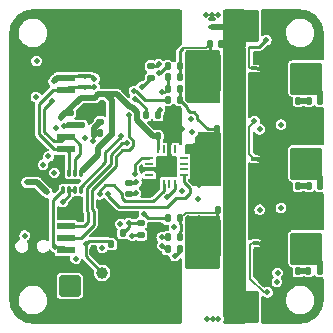
<source format=gbl>
G04 #@! TF.GenerationSoftware,KiCad,Pcbnew,(6.0.7-1)-1*
G04 #@! TF.CreationDate,2023-01-06T02:07:54-05:00*
G04 #@! TF.ProjectId,O32controller,4f333263-6f6e-4747-926f-6c6c65722e6b,rev?*
G04 #@! TF.SameCoordinates,Original*
G04 #@! TF.FileFunction,Copper,L4,Bot*
G04 #@! TF.FilePolarity,Positive*
%FSLAX46Y46*%
G04 Gerber Fmt 4.6, Leading zero omitted, Abs format (unit mm)*
G04 Created by KiCad (PCBNEW (6.0.7-1)-1) date 2023-01-06 02:07:54*
%MOMM*%
%LPD*%
G01*
G04 APERTURE LIST*
G04 Aperture macros list*
%AMRoundRect*
0 Rectangle with rounded corners*
0 $1 Rounding radius*
0 $2 $3 $4 $5 $6 $7 $8 $9 X,Y pos of 4 corners*
0 Add a 4 corners polygon primitive as box body*
4,1,4,$2,$3,$4,$5,$6,$7,$8,$9,$2,$3,0*
0 Add four circle primitives for the rounded corners*
1,1,$1+$1,$2,$3*
1,1,$1+$1,$4,$5*
1,1,$1+$1,$6,$7*
1,1,$1+$1,$8,$9*
0 Add four rect primitives between the rounded corners*
20,1,$1+$1,$2,$3,$4,$5,0*
20,1,$1+$1,$4,$5,$6,$7,0*
20,1,$1+$1,$6,$7,$8,$9,0*
20,1,$1+$1,$8,$9,$2,$3,0*%
G04 Aperture macros list end*
G04 #@! TA.AperFunction,EtchedComponent*
%ADD10C,0.050000*%
G04 #@! TD*
G04 #@! TA.AperFunction,SMDPad,CuDef*
%ADD11RoundRect,0.140000X-0.140000X-0.170000X0.140000X-0.170000X0.140000X0.170000X-0.140000X0.170000X0*%
G04 #@! TD*
G04 #@! TA.AperFunction,ComponentPad*
%ADD12RoundRect,0.269607X-1.105393X-1.105393X1.105393X-1.105393X1.105393X1.105393X-1.105393X1.105393X0*%
G04 #@! TD*
G04 #@! TA.AperFunction,ComponentPad*
%ADD13C,0.499999*%
G04 #@! TD*
G04 #@! TA.AperFunction,ComponentPad*
%ADD14RoundRect,0.176470X-0.723530X-0.723530X0.723530X-0.723530X0.723530X0.723530X-0.723530X0.723530X0*%
G04 #@! TD*
G04 #@! TA.AperFunction,SMDPad,CuDef*
%ADD15RoundRect,0.135000X0.135000X0.185000X-0.135000X0.185000X-0.135000X-0.185000X0.135000X-0.185000X0*%
G04 #@! TD*
G04 #@! TA.AperFunction,SMDPad,CuDef*
%ADD16RoundRect,0.140000X0.140000X0.170000X-0.140000X0.170000X-0.140000X-0.170000X0.140000X-0.170000X0*%
G04 #@! TD*
G04 #@! TA.AperFunction,SMDPad,CuDef*
%ADD17RoundRect,0.025000X-0.250000X-0.100000X0.250000X-0.100000X0.250000X0.100000X-0.250000X0.100000X0*%
G04 #@! TD*
G04 #@! TA.AperFunction,SMDPad,CuDef*
%ADD18R,0.711200X0.254000*%
G04 #@! TD*
G04 #@! TA.AperFunction,SMDPad,CuDef*
%ADD19R,0.254000X0.711200*%
G04 #@! TD*
G04 #@! TA.AperFunction,SMDPad,CuDef*
%ADD20R,1.701800X1.701800*%
G04 #@! TD*
G04 #@! TA.AperFunction,SMDPad,CuDef*
%ADD21RoundRect,0.135000X-0.185000X0.135000X-0.185000X-0.135000X0.185000X-0.135000X0.185000X0.135000X0*%
G04 #@! TD*
G04 #@! TA.AperFunction,SMDPad,CuDef*
%ADD22RoundRect,0.050000X0.100000X-0.285000X0.100000X0.285000X-0.100000X0.285000X-0.100000X-0.285000X0*%
G04 #@! TD*
G04 #@! TA.AperFunction,SMDPad,CuDef*
%ADD23RoundRect,0.135000X-0.135000X-0.185000X0.135000X-0.185000X0.135000X0.185000X-0.135000X0.185000X0*%
G04 #@! TD*
G04 #@! TA.AperFunction,SMDPad,CuDef*
%ADD24RoundRect,0.140000X-0.170000X0.140000X-0.170000X-0.140000X0.170000X-0.140000X0.170000X0.140000X0*%
G04 #@! TD*
G04 #@! TA.AperFunction,SMDPad,CuDef*
%ADD25R,1.550000X0.600000*%
G04 #@! TD*
G04 #@! TA.AperFunction,SMDPad,CuDef*
%ADD26R,1.800000X1.200000*%
G04 #@! TD*
G04 #@! TA.AperFunction,SMDPad,CuDef*
%ADD27RoundRect,0.025000X0.250000X0.100000X-0.250000X0.100000X-0.250000X-0.100000X0.250000X-0.100000X0*%
G04 #@! TD*
G04 #@! TA.AperFunction,SMDPad,CuDef*
%ADD28RoundRect,0.255000X0.595000X1.445000X-0.595000X1.445000X-0.595000X-1.445000X0.595000X-1.445000X0*%
G04 #@! TD*
G04 #@! TA.AperFunction,SMDPad,CuDef*
%ADD29RoundRect,0.087500X-0.212500X0.087500X-0.212500X-0.087500X0.212500X-0.087500X0.212500X0.087500X0*%
G04 #@! TD*
G04 #@! TA.AperFunction,SMDPad,CuDef*
%ADD30C,1.000000*%
G04 #@! TD*
G04 #@! TA.AperFunction,SMDPad,CuDef*
%ADD31RoundRect,0.135000X0.185000X-0.135000X0.185000X0.135000X-0.185000X0.135000X-0.185000X-0.135000X0*%
G04 #@! TD*
G04 #@! TA.AperFunction,ViaPad*
%ADD32C,0.500000*%
G04 #@! TD*
G04 #@! TA.AperFunction,Conductor*
%ADD33C,0.250000*%
G04 #@! TD*
G04 #@! TA.AperFunction,Conductor*
%ADD34C,0.200000*%
G04 #@! TD*
G04 #@! TA.AperFunction,Conductor*
%ADD35C,0.500000*%
G04 #@! TD*
G04 APERTURE END LIST*
D10*
X57800000Y-41850000D02*
X57700000Y-41850000D01*
X57700000Y-41850000D02*
X57700000Y-41550000D01*
X57700000Y-41550000D02*
X57800000Y-41550000D01*
X57800000Y-41550000D02*
X57800000Y-41850000D01*
G36*
X57800000Y-41850000D02*
G01*
X57700000Y-41850000D01*
X57700000Y-41550000D01*
X57800000Y-41550000D01*
X57800000Y-41850000D01*
G37*
X43000000Y-43100000D02*
X43100000Y-43100000D01*
X43100000Y-43100000D02*
X43100000Y-43400000D01*
X43100000Y-43400000D02*
X43000000Y-43400000D01*
X43000000Y-43400000D02*
X43000000Y-43100000D01*
G36*
X43000000Y-43100000D02*
G01*
X43100000Y-43100000D01*
X43100000Y-43400000D01*
X43000000Y-43400000D01*
X43000000Y-43100000D01*
G37*
X57800000Y-49500000D02*
X57700000Y-49500000D01*
X57700000Y-49500000D02*
X57700000Y-49200000D01*
X57700000Y-49200000D02*
X57800000Y-49200000D01*
X57800000Y-49200000D02*
X57800000Y-49500000D01*
G36*
X57800000Y-49500000D02*
G01*
X57700000Y-49500000D01*
X57700000Y-49200000D01*
X57800000Y-49200000D01*
X57800000Y-49500000D01*
G37*
X43000000Y-42200000D02*
X43100000Y-42200000D01*
X43100000Y-42200000D02*
X43100000Y-42500000D01*
X43100000Y-42500000D02*
X43000000Y-42500000D01*
X43000000Y-42500000D02*
X43000000Y-42200000D01*
G36*
X43000000Y-42200000D02*
G01*
X43100000Y-42200000D01*
X43100000Y-42500000D01*
X43000000Y-42500000D01*
X43000000Y-42200000D01*
G37*
X57900000Y-56650000D02*
X57800000Y-56650000D01*
X57800000Y-56650000D02*
X57800000Y-56350000D01*
X57800000Y-56350000D02*
X57900000Y-56350000D01*
X57900000Y-56350000D02*
X57900000Y-56650000D01*
G36*
X57900000Y-56650000D02*
G01*
X57800000Y-56650000D01*
X57800000Y-56350000D01*
X57900000Y-56350000D01*
X57900000Y-56650000D01*
G37*
D11*
X45320000Y-56600000D03*
X46280000Y-56600000D03*
D12*
X61850000Y-53550000D03*
X61850000Y-49750000D03*
X56450000Y-38100000D03*
D13*
X55050000Y-48680000D03*
X55050000Y-50000000D03*
X55050000Y-51320000D03*
X56450000Y-50000000D03*
X56450000Y-51320002D03*
X56450000Y-52450000D03*
X56450000Y-48679998D03*
X56450000Y-47550000D03*
D14*
X41800000Y-60100000D03*
D12*
X61850000Y-46350000D03*
D13*
X56450000Y-54550000D03*
X55050000Y-55680000D03*
X56450000Y-58320002D03*
X56450000Y-57000000D03*
X55050000Y-57000000D03*
X56450000Y-55679998D03*
X56450000Y-59450000D03*
X55050000Y-58320000D03*
D12*
X61850000Y-42550000D03*
D14*
X41800000Y-62350000D03*
D13*
X55050000Y-41680000D03*
X55050000Y-44320000D03*
X56450000Y-43000000D03*
X56450000Y-44320002D03*
X56450000Y-40550000D03*
X55050000Y-43000000D03*
X56450000Y-45450000D03*
X56450000Y-41679998D03*
D12*
X56450000Y-61900000D03*
X61850000Y-56950000D03*
D15*
X51110000Y-44350000D03*
X50090000Y-44350000D03*
D16*
X62985000Y-44450000D03*
X62025000Y-44450000D03*
X55280000Y-53650000D03*
X54320000Y-53650000D03*
D15*
X51110000Y-41510000D03*
X50090000Y-41510000D03*
D11*
X49270000Y-47450000D03*
X50230000Y-47450000D03*
D16*
X54630000Y-39650000D03*
X53670000Y-39650000D03*
X62980000Y-58850000D03*
X62020000Y-58850000D03*
D17*
X57450000Y-41700000D03*
X58050000Y-41700000D03*
D18*
X51450000Y-49249999D03*
X51450000Y-49750000D03*
X51450000Y-50250000D03*
X51450000Y-50750001D03*
D19*
X50750001Y-51450000D03*
X50250000Y-51450000D03*
X49750000Y-51450000D03*
X49249999Y-51450000D03*
D18*
X48550000Y-50750001D03*
X48550000Y-50250000D03*
X48550000Y-49750000D03*
X48550000Y-49249999D03*
D19*
X49249999Y-48550000D03*
X49750000Y-48550000D03*
X50250000Y-48550000D03*
X50750001Y-48550000D03*
D20*
X50000000Y-50000000D03*
D21*
X48700000Y-41490000D03*
X48700000Y-42510000D03*
D22*
X42750000Y-51990000D03*
X42250000Y-51990000D03*
X41750000Y-51990000D03*
X41250000Y-51990000D03*
X41250000Y-50510000D03*
X41750000Y-50510000D03*
X42250000Y-50510000D03*
X42750000Y-50510000D03*
D23*
X50090000Y-43400000D03*
X51110000Y-43400000D03*
D24*
X46850000Y-51370000D03*
X46850000Y-52330000D03*
D15*
X51110000Y-56000000D03*
X50090000Y-56000000D03*
D21*
X42800000Y-45490000D03*
X42800000Y-46510000D03*
D25*
X41500000Y-57050000D03*
X41500000Y-56050000D03*
X41500000Y-55050000D03*
X41500000Y-54050000D03*
D26*
X37625000Y-58350000D03*
X37625000Y-52750000D03*
D16*
X63000000Y-51650000D03*
X62040000Y-51650000D03*
D27*
X43350000Y-43250000D03*
X42750000Y-43250000D03*
D28*
X59150000Y-56050000D03*
X53750000Y-56050000D03*
D21*
X44400000Y-45190000D03*
X44400000Y-46210000D03*
D25*
X41480000Y-48500000D03*
X41480000Y-47500000D03*
D26*
X37605000Y-49800000D03*
X37605000Y-46200000D03*
D15*
X61160000Y-51650000D03*
X60140000Y-51650000D03*
D17*
X57450000Y-49350000D03*
X58050000Y-49350000D03*
D16*
X55250000Y-46850000D03*
X54290000Y-46850000D03*
D27*
X43350000Y-42350000D03*
X42750000Y-42350000D03*
D23*
X50090000Y-42460000D03*
X51110000Y-42460000D03*
D21*
X47850000Y-54790000D03*
X47850000Y-55810000D03*
D15*
X61160000Y-58850000D03*
X60140000Y-58850000D03*
D23*
X44340000Y-47150000D03*
X45360000Y-47150000D03*
D15*
X49260000Y-45650000D03*
X48240000Y-45650000D03*
D25*
X41480000Y-43500000D03*
X41480000Y-42500000D03*
D26*
X37605000Y-44800000D03*
X37605000Y-41200000D03*
D23*
X50090000Y-54400000D03*
X51110000Y-54400000D03*
D28*
X59150000Y-42050000D03*
X53750000Y-42050000D03*
D15*
X51110000Y-57000000D03*
X50090000Y-57000000D03*
D29*
X53850000Y-37550000D03*
X53850000Y-38200000D03*
D23*
X45290000Y-55650000D03*
X46310000Y-55650000D03*
D17*
X57550000Y-56500000D03*
X58150000Y-56500000D03*
D15*
X61165000Y-44450000D03*
X60145000Y-44450000D03*
D30*
X44550000Y-59000000D03*
D31*
X41800000Y-46510000D03*
X41800000Y-45490000D03*
D28*
X59150000Y-49250000D03*
X53750000Y-49250000D03*
D32*
X50700000Y-57550000D03*
X58550000Y-60650000D03*
X49450000Y-45200000D03*
X57450000Y-46150000D03*
X58450000Y-39300000D03*
X49350000Y-41350000D03*
X42300000Y-57800000D03*
X55450000Y-45250000D03*
X39550000Y-49850000D03*
X55350000Y-47750000D03*
X38948342Y-44120808D03*
X44557370Y-56892630D03*
X39000000Y-41050000D03*
X47050000Y-55850000D03*
X41100000Y-45900000D03*
X39900000Y-52200000D03*
X38150000Y-51350000D03*
X47250000Y-43600000D03*
X41350000Y-46600000D03*
X40650000Y-46750000D03*
X47300000Y-44300000D03*
X40500000Y-50550000D03*
X38000000Y-55850000D03*
X46100000Y-54850000D03*
X47900000Y-43250000D03*
X46800000Y-54800000D03*
X49400000Y-42050000D03*
X49600000Y-43700000D03*
X48100000Y-54050000D03*
X39700000Y-42950000D03*
X43350000Y-41750000D03*
X53350000Y-37200000D03*
X53400000Y-62900000D03*
X46600000Y-40050000D03*
X46600000Y-39550000D03*
X38950000Y-50300000D03*
X49350000Y-55300000D03*
X45400000Y-39050000D03*
X44350000Y-60900000D03*
X43900000Y-39050000D03*
X46600000Y-59950000D03*
X47900000Y-42450000D03*
X53900000Y-62900000D03*
X43350000Y-60900000D03*
X41800000Y-58300000D03*
X46600000Y-40550000D03*
X46350000Y-60900000D03*
X46600000Y-59450000D03*
X53850000Y-37200000D03*
X54350000Y-37200000D03*
X39800000Y-55800000D03*
X47350000Y-58500000D03*
X42750000Y-54400000D03*
X54400000Y-62900000D03*
X43400000Y-39050000D03*
X44900000Y-39050000D03*
X44400000Y-39050000D03*
X48600000Y-62850000D03*
X45850000Y-60900000D03*
X51350000Y-46850000D03*
X43950000Y-45500000D03*
X44850000Y-60900000D03*
X45900000Y-39050000D03*
X40350000Y-40250000D03*
X48800000Y-57950000D03*
X43850000Y-60900000D03*
X46400000Y-39050000D03*
X45350000Y-60900000D03*
X45750000Y-54200000D03*
X37100000Y-40200000D03*
X39750000Y-57700000D03*
X50700000Y-58650000D03*
X50200000Y-45150000D03*
X47250000Y-37250000D03*
X39750000Y-53000000D03*
X47300000Y-62850000D03*
X39700000Y-50750000D03*
X46600000Y-60450000D03*
X45050000Y-43200000D03*
X48600000Y-37250000D03*
X46800000Y-45675000D03*
X46625000Y-48050000D03*
X43900000Y-42550000D03*
X43900000Y-43250000D03*
X49600000Y-56000000D03*
X43800000Y-47800000D03*
X49650000Y-56700000D03*
X43100000Y-47550000D03*
X57900000Y-46850000D03*
X52200000Y-47100000D03*
X52700000Y-52750000D03*
X57900000Y-53650000D03*
X50650000Y-55150000D03*
X59350000Y-59750000D03*
X52050000Y-45950000D03*
X59700000Y-46450000D03*
X47450000Y-51350000D03*
X51350000Y-52050000D03*
X59700000Y-53500000D03*
X59400000Y-59000000D03*
X47400000Y-52250000D03*
X51850000Y-43900000D03*
X52750000Y-43400000D03*
X52300000Y-42150000D03*
X51850000Y-43400000D03*
X53750000Y-44250000D03*
X52750000Y-44400000D03*
X52750000Y-41400000D03*
X52300000Y-43650000D03*
X52750000Y-42400000D03*
X52750000Y-42900000D03*
X52750000Y-40400000D03*
X52300000Y-44150000D03*
X52300000Y-42650000D03*
X53250000Y-44400000D03*
X51850000Y-42900000D03*
X52300000Y-41650000D03*
X51850000Y-40900000D03*
X52750000Y-40900000D03*
X51850000Y-41900000D03*
X51850000Y-40400000D03*
X51850000Y-42400000D03*
X52300000Y-41150000D03*
X52300000Y-43150000D03*
X52300000Y-40650000D03*
X51850000Y-41400000D03*
X52750000Y-41900000D03*
X53250000Y-43900000D03*
X52750000Y-43900000D03*
X46150000Y-47450000D03*
X43150000Y-56600000D03*
X53200000Y-50800000D03*
X51850000Y-48550000D03*
X52750000Y-50050000D03*
X53650000Y-51050000D03*
X52300000Y-49300000D03*
X52750000Y-51550000D03*
X52300000Y-51300000D03*
X52750000Y-50550000D03*
X52300000Y-48800000D03*
X53200000Y-48300000D03*
X52750000Y-51050000D03*
X53200000Y-51300000D03*
X52750000Y-48550000D03*
X52300000Y-50800000D03*
X52300000Y-50300000D03*
X53200000Y-47300000D03*
X52750000Y-48050000D03*
X52750000Y-49050000D03*
X52300000Y-48300000D03*
X53650000Y-47550000D03*
X53200000Y-49800000D03*
X53200000Y-50300000D03*
X52750000Y-49550000D03*
X53200000Y-47800000D03*
X53200000Y-48800000D03*
X52300000Y-49800000D03*
X52750000Y-47550000D03*
X53200000Y-49300000D03*
X52750000Y-57400000D03*
X52750000Y-57900000D03*
X51850000Y-57400000D03*
X52750000Y-56900000D03*
X51850000Y-54900000D03*
X52300000Y-56650000D03*
X51850000Y-54400000D03*
X52300000Y-55650000D03*
X52750000Y-58400000D03*
X53250000Y-58400000D03*
X52750000Y-55400000D03*
X52300000Y-57650000D03*
X52300000Y-55150000D03*
X52300000Y-56150000D03*
X52300000Y-57150000D03*
X51850000Y-55400000D03*
X53750000Y-58250000D03*
X52750000Y-56400000D03*
X51850000Y-57900000D03*
X53250000Y-57900000D03*
X52300000Y-54650000D03*
X51850000Y-55900000D03*
X51850000Y-56400000D03*
X52300000Y-58150000D03*
X51850000Y-56900000D03*
X52750000Y-55900000D03*
X52750000Y-54400000D03*
X52750000Y-54900000D03*
X40000000Y-49150000D03*
X50050000Y-52600000D03*
X40300000Y-44450000D03*
X40450000Y-42800000D03*
X45050000Y-52300000D03*
X44350000Y-52350000D03*
X47350000Y-50650000D03*
X40600000Y-56800000D03*
X41200000Y-53000000D03*
D33*
X45320000Y-56600000D02*
X45037630Y-56317630D01*
X45037630Y-56317630D02*
X43432370Y-56317630D01*
X43432370Y-56317630D02*
X43150000Y-56600000D01*
X51110000Y-57140000D02*
X50700000Y-57550000D01*
X51110000Y-57000000D02*
X51110000Y-57140000D01*
D34*
X58216332Y-60650000D02*
X57050000Y-59483668D01*
X57200000Y-56500000D02*
X57050000Y-56650000D01*
X57550000Y-56500000D02*
X57200000Y-56500000D01*
X57050000Y-56650000D02*
X57050000Y-59483668D01*
X58550000Y-60650000D02*
X58216332Y-60650000D01*
X57450000Y-46150000D02*
X57472182Y-46150000D01*
X57472182Y-46150000D02*
X57000000Y-46622182D01*
X49260000Y-45650000D02*
X49260000Y-45390000D01*
X57000000Y-46622182D02*
X57000000Y-48900000D01*
X57000000Y-48900000D02*
X57450000Y-49350000D01*
X49260000Y-45390000D02*
X49450000Y-45200000D01*
D33*
X57850000Y-39900000D02*
X58450000Y-39300000D01*
D34*
X57100000Y-41700000D02*
X57000000Y-41600000D01*
D33*
X49210000Y-41490000D02*
X49350000Y-41350000D01*
D34*
X57450000Y-41700000D02*
X57100000Y-41700000D01*
X57000000Y-41600000D02*
X57000000Y-39900000D01*
D33*
X48700000Y-41490000D02*
X49210000Y-41490000D01*
X57000000Y-39900000D02*
X57850000Y-39900000D01*
D35*
X62985000Y-43685000D02*
X61850000Y-42550000D01*
X62985000Y-44450000D02*
X62985000Y-43685000D01*
X63000000Y-51650000D02*
X63000000Y-50900000D01*
X63000000Y-50900000D02*
X61850000Y-49750000D01*
X62980000Y-58080000D02*
X61850000Y-56950000D01*
X62980000Y-58850000D02*
X62980000Y-58080000D01*
X54630000Y-39650000D02*
X54900000Y-39650000D01*
X53850000Y-38200000D02*
X56350000Y-38200000D01*
X54900000Y-39650000D02*
X56450000Y-38100000D01*
X56350000Y-38200000D02*
X56450000Y-38100000D01*
D33*
X49270000Y-47450000D02*
X49270000Y-48529999D01*
D35*
X41100000Y-45850000D02*
X42775000Y-44175000D01*
X44200000Y-49050000D02*
X44200000Y-48437315D01*
X42850000Y-50400000D02*
X44200000Y-49050000D01*
D33*
X49270000Y-48529999D02*
X49249999Y-48550000D01*
X47090000Y-55810000D02*
X47050000Y-55850000D01*
D35*
X49270000Y-47450000D02*
X48850000Y-47450000D01*
X48850000Y-47450000D02*
X47500000Y-46100000D01*
D33*
X47850000Y-55810000D02*
X47090000Y-55810000D01*
D35*
X44239950Y-43900000D02*
X43964950Y-44175000D01*
X43964950Y-44175000D02*
X42775000Y-44175000D01*
X45810050Y-43900000D02*
X44850000Y-43900000D01*
X47500000Y-46100000D02*
X47500000Y-45385050D01*
X47089950Y-44975000D02*
X46885050Y-44975000D01*
D33*
X42750000Y-50500000D02*
X42850000Y-50400000D01*
D35*
X45360000Y-47277315D02*
X45360000Y-47150000D01*
X44200000Y-48437315D02*
X45360000Y-47277315D01*
X39050000Y-51350000D02*
X38150000Y-51350000D01*
D33*
X42750000Y-50510000D02*
X42750000Y-50500000D01*
D35*
X45360000Y-47150000D02*
X45360000Y-44410000D01*
X41100000Y-45900000D02*
X41100000Y-45850000D01*
X39900000Y-52200000D02*
X39050000Y-51350000D01*
X47500000Y-45385050D02*
X47089950Y-44975000D01*
X45360000Y-44410000D02*
X44850000Y-43900000D01*
X46885050Y-44975000D02*
X45810050Y-43900000D01*
X44850000Y-43900000D02*
X44239950Y-43900000D01*
X41800000Y-46510000D02*
X42800000Y-46510000D01*
D33*
X47250000Y-43600000D02*
X47413173Y-43600000D01*
X41710000Y-46600000D02*
X41800000Y-46510000D01*
X47413173Y-43600000D02*
X48163173Y-44350000D01*
X41350000Y-46600000D02*
X41710000Y-46600000D01*
X48163173Y-44350000D02*
X50090000Y-44350000D01*
X48240000Y-45650000D02*
X48240000Y-45063223D01*
X47526777Y-44350000D02*
X47250000Y-44350000D01*
X48240000Y-45063223D02*
X47526777Y-44350000D01*
X47960000Y-43250000D02*
X48700000Y-42510000D01*
X47900000Y-43250000D02*
X47960000Y-43250000D01*
X49463173Y-42050000D02*
X50003173Y-41510000D01*
X46800000Y-55160000D02*
X46310000Y-55650000D01*
X50003173Y-41510000D02*
X50090000Y-41510000D01*
X49400000Y-42050000D02*
X49463173Y-42050000D01*
X47850000Y-54790000D02*
X46810000Y-54790000D01*
X46810000Y-54790000D02*
X46800000Y-54800000D01*
X46800000Y-54800000D02*
X46800000Y-55160000D01*
X50090000Y-54400000D02*
X48450000Y-54400000D01*
X49600000Y-43700000D02*
X49790000Y-43700000D01*
X49790000Y-43700000D02*
X50090000Y-43400000D01*
X48450000Y-54400000D02*
X48100000Y-54050000D01*
X50090000Y-42460000D02*
X50090000Y-43400000D01*
X48550000Y-50250000D02*
X49750000Y-50250000D01*
D35*
X44100000Y-45490000D02*
X44400000Y-45190000D01*
D33*
X49249999Y-50750001D02*
X50000000Y-50000000D01*
D35*
X41000000Y-51100000D02*
X41150000Y-50950000D01*
D33*
X50230000Y-48530000D02*
X50250000Y-48550000D01*
X45290000Y-54660000D02*
X45750000Y-54200000D01*
D35*
X41150000Y-50950000D02*
X41150000Y-50850000D01*
X40205000Y-51255000D02*
X40845000Y-51255000D01*
X40845000Y-51255000D02*
X41000000Y-51100000D01*
D33*
X49750000Y-50250000D02*
X50000000Y-50000000D01*
D35*
X42800000Y-45490000D02*
X44100000Y-45490000D01*
D33*
X41250000Y-50510000D02*
X41250000Y-50850000D01*
X50250000Y-48550000D02*
X50250000Y-49750000D01*
X51350000Y-46850000D02*
X50830000Y-46850000D01*
D35*
X42600000Y-54400000D02*
X42250000Y-54050000D01*
X39700000Y-50750000D02*
X40205000Y-51255000D01*
D33*
X45290000Y-55650000D02*
X45290000Y-54660000D01*
D35*
X42750000Y-54400000D02*
X42600000Y-54400000D01*
X42250000Y-54050000D02*
X41500000Y-54050000D01*
D33*
X49249999Y-51450000D02*
X49249999Y-50750001D01*
X50830000Y-46850000D02*
X50230000Y-47450000D01*
X50250000Y-49750000D02*
X50000000Y-50000000D01*
X50230000Y-47450000D02*
X50230000Y-48530000D01*
X46800000Y-47411827D02*
X46800000Y-45675000D01*
X43850000Y-54950000D02*
X43850000Y-53725431D01*
X46863173Y-48625000D02*
X47200000Y-48288173D01*
X45725000Y-49998330D02*
X45725000Y-49175000D01*
X47200000Y-48288173D02*
X47200000Y-47811827D01*
X46275000Y-48625000D02*
X46863173Y-48625000D01*
X47200000Y-47811827D02*
X46800000Y-47411827D01*
X43850000Y-53725431D02*
X43700000Y-53575431D01*
X45725000Y-49175000D02*
X46275000Y-48625000D01*
X42750000Y-56050000D02*
X43850000Y-54950000D01*
X41500000Y-56050000D02*
X42750000Y-56050000D01*
X43700000Y-53575431D02*
X43700000Y-52023330D01*
X43700000Y-52023330D02*
X45725000Y-49998330D01*
X43000000Y-55050000D02*
X43350000Y-54700000D01*
X46213604Y-48050000D02*
X46625000Y-48050000D01*
X43250000Y-51836934D02*
X45275000Y-49811934D01*
X45275000Y-49811934D02*
X45275000Y-48988604D01*
X43350000Y-54700000D02*
X43350000Y-53861827D01*
X41500000Y-55050000D02*
X43000000Y-55050000D01*
X43250000Y-53761827D02*
X43250000Y-51836934D01*
X43350000Y-53861827D02*
X43250000Y-53761827D01*
X45275000Y-48988604D02*
X46213604Y-48050000D01*
X43700000Y-42350000D02*
X43900000Y-42550000D01*
X43350000Y-42350000D02*
X43700000Y-42350000D01*
X43900000Y-43250000D02*
X43350000Y-43250000D01*
X50090000Y-56000000D02*
X49600000Y-56000000D01*
D35*
X43900000Y-47400000D02*
X43900000Y-46710000D01*
X43900000Y-46710000D02*
X44400000Y-46210000D01*
D33*
X49950000Y-57000000D02*
X49650000Y-56700000D01*
X50090000Y-57000000D02*
X49950000Y-57000000D01*
X46850000Y-51370000D02*
X47430000Y-51370000D01*
X47430000Y-51370000D02*
X47450000Y-51350000D01*
X47320000Y-52330000D02*
X47400000Y-52250000D01*
X46850000Y-52330000D02*
X47320000Y-52330000D01*
D35*
X62025000Y-44450000D02*
X61165000Y-44450000D01*
X62040000Y-51650000D02*
X61160000Y-51650000D01*
X62020000Y-58850000D02*
X61160000Y-58850000D01*
D33*
X53670000Y-41970000D02*
X53750000Y-42050000D01*
X53670000Y-39650000D02*
X53670000Y-41970000D01*
D34*
X53670000Y-39650000D02*
X53370000Y-39950000D01*
D33*
X51150000Y-40250000D02*
X51400000Y-40000000D01*
X51110000Y-42460000D02*
X51110000Y-41510000D01*
D34*
X53370000Y-39950000D02*
X51450000Y-39950000D01*
D33*
X51150000Y-41470000D02*
X51150000Y-40250000D01*
D34*
X51450000Y-39950000D02*
X51400000Y-40000000D01*
D33*
X51110000Y-41510000D02*
X51150000Y-41470000D01*
X42750000Y-51700538D02*
X44825000Y-49625538D01*
X44825000Y-48802208D02*
X46150000Y-47477208D01*
X46150000Y-47477208D02*
X46150000Y-47450000D01*
X44825000Y-49625538D02*
X44825000Y-48802208D01*
X43150000Y-56600000D02*
X43150000Y-57600000D01*
X43150000Y-57600000D02*
X44550000Y-59000000D01*
X54290000Y-48710000D02*
X53750000Y-49250000D01*
X51750000Y-45100000D02*
X51750000Y-44990000D01*
X54290000Y-46850000D02*
X53500000Y-46850000D01*
X51750000Y-44990000D02*
X51110000Y-44350000D01*
X52625000Y-45975000D02*
X52625000Y-45711827D01*
X53500000Y-46850000D02*
X52625000Y-45975000D01*
X52288173Y-45375000D02*
X52025000Y-45375000D01*
X51110000Y-43350000D02*
X51110000Y-44350000D01*
X52625000Y-45711827D02*
X52288173Y-45375000D01*
X52025000Y-45375000D02*
X51750000Y-45100000D01*
X54290000Y-46850000D02*
X54290000Y-48710000D01*
D34*
X51110000Y-54400000D02*
X51610000Y-53900000D01*
D33*
X51110000Y-55503173D02*
X51110000Y-56000000D01*
X54270000Y-53650000D02*
X54270000Y-55530000D01*
X51110000Y-54400000D02*
X51110000Y-54796827D01*
X51110000Y-54796827D02*
X51225000Y-54911827D01*
D34*
X54270000Y-55530000D02*
X53750000Y-56050000D01*
X54070000Y-53900000D02*
X51610000Y-53900000D01*
X54320000Y-53650000D02*
X54070000Y-53900000D01*
D33*
X51225000Y-55388173D02*
X51110000Y-55503173D01*
X51225000Y-54911827D02*
X51225000Y-55388173D01*
X50750001Y-51899999D02*
X50050000Y-52600000D01*
X50750001Y-51450000D02*
X50750001Y-51899999D01*
X40463604Y-48500000D02*
X39200000Y-47236396D01*
X41750000Y-48770000D02*
X41480000Y-48500000D01*
X41750000Y-50510000D02*
X41750000Y-48770000D01*
X39200000Y-44682323D02*
X40382323Y-43500000D01*
X42750000Y-43250000D02*
X41730000Y-43250000D01*
X41730000Y-43250000D02*
X41480000Y-43500000D01*
X41480000Y-48500000D02*
X40463604Y-48500000D01*
X39200000Y-47236396D02*
X39200000Y-44682323D01*
X40382323Y-43500000D02*
X41480000Y-43500000D01*
X42050000Y-47500000D02*
X42700000Y-48150000D01*
D35*
X40450000Y-42800000D02*
X40750000Y-42500000D01*
D33*
X42250000Y-49350000D02*
X42250000Y-50510000D01*
X40475000Y-47875000D02*
X39650000Y-47050000D01*
X39650000Y-45100000D02*
X40300000Y-44450000D01*
X42750000Y-42350000D02*
X41630000Y-42350000D01*
X42700000Y-48900000D02*
X42250000Y-49350000D01*
X39650000Y-47050000D02*
X39650000Y-45100000D01*
D35*
X40750000Y-42500000D02*
X41480000Y-42500000D01*
D33*
X41630000Y-42350000D02*
X41480000Y-42500000D01*
X41480000Y-47500000D02*
X41105000Y-47875000D01*
X41480000Y-47500000D02*
X42050000Y-47500000D01*
X42700000Y-48150000D02*
X42700000Y-48900000D01*
X41105000Y-47875000D02*
X40475000Y-47875000D01*
X45050000Y-52460000D02*
X45990000Y-53400000D01*
X50825000Y-52625000D02*
X50625000Y-52825000D01*
X50625000Y-52825000D02*
X50625000Y-52838173D01*
X50625000Y-52838173D02*
X50063173Y-53400000D01*
X51450000Y-50750001D02*
X51450000Y-51336827D01*
X51950000Y-52263173D02*
X51588173Y-52625000D01*
X45050000Y-52300000D02*
X45050000Y-52460000D01*
X51450000Y-51336827D02*
X51950000Y-51836827D01*
X51950000Y-51836827D02*
X51950000Y-52263173D01*
X51588173Y-52625000D02*
X50825000Y-52625000D01*
X50063173Y-53400000D02*
X45990000Y-53400000D01*
X44350000Y-52050000D02*
X44800000Y-51600000D01*
X44800000Y-51600000D02*
X45515000Y-51600000D01*
X46215000Y-52662609D02*
X46502391Y-52950000D01*
X49750000Y-52082599D02*
X49750000Y-51450000D01*
X46502391Y-52950000D02*
X48882599Y-52950000D01*
X44350000Y-52350000D02*
X44350000Y-52050000D01*
X45515000Y-51600000D02*
X46215000Y-52300000D01*
X48882599Y-52950000D02*
X49750000Y-52082599D01*
X46215000Y-52300000D02*
X46215000Y-52662609D01*
X47917401Y-49249999D02*
X48550000Y-49249999D01*
X47350000Y-50650000D02*
X47350000Y-49817400D01*
X47350000Y-49817400D02*
X47917401Y-49249999D01*
X41250000Y-56800000D02*
X41500000Y-57050000D01*
X40600000Y-56800000D02*
X41250000Y-56800000D01*
X40600000Y-56800000D02*
X40400000Y-56600000D01*
X40400000Y-56600000D02*
X40400000Y-52840000D01*
X40400000Y-52840000D02*
X41250000Y-51990000D01*
X42250000Y-51990000D02*
X41750000Y-51990000D01*
X41750000Y-52450000D02*
X41750000Y-51990000D01*
X41200000Y-53000000D02*
X41750000Y-52450000D01*
G04 #@! TA.AperFunction,Conductor*
G36*
X54542121Y-47070002D02*
G01*
X54588614Y-47123658D01*
X54600000Y-47176000D01*
X54600000Y-48631947D01*
X54598500Y-48651331D01*
X54594902Y-48674440D01*
X54596066Y-48683342D01*
X54596066Y-48683345D01*
X54598936Y-48705289D01*
X54600000Y-48721626D01*
X54600000Y-49951947D01*
X54598500Y-49971331D01*
X54594902Y-49994440D01*
X54596066Y-50003342D01*
X54596066Y-50003345D01*
X54598936Y-50025289D01*
X54600000Y-50041626D01*
X54600000Y-51271947D01*
X54598500Y-51291331D01*
X54594902Y-51314440D01*
X54596066Y-51323342D01*
X54596066Y-51323345D01*
X54598936Y-51345289D01*
X54600000Y-51361626D01*
X54600000Y-51524000D01*
X54579998Y-51592121D01*
X54526342Y-51638614D01*
X54474000Y-51650000D01*
X52279597Y-51650000D01*
X52211476Y-51629998D01*
X52198606Y-51620522D01*
X52174319Y-51600143D01*
X52166215Y-51592716D01*
X51842457Y-51268958D01*
X51808431Y-51206646D01*
X51813496Y-51135831D01*
X51856043Y-51078995D01*
X51876552Y-51067316D01*
X51883831Y-51065868D01*
X51950152Y-51021553D01*
X51994467Y-50955232D01*
X52006100Y-50896749D01*
X52006100Y-50603253D01*
X51994467Y-50544770D01*
X51992605Y-50541983D01*
X51985684Y-50477634D01*
X51990534Y-50461117D01*
X51994467Y-50455231D01*
X52006100Y-50396748D01*
X52006100Y-50103252D01*
X51994467Y-50044769D01*
X51992605Y-50041982D01*
X51985686Y-49977628D01*
X51990534Y-49961117D01*
X51994467Y-49955231D01*
X52006100Y-49896748D01*
X52006100Y-49603252D01*
X51994467Y-49544769D01*
X51992604Y-49541981D01*
X51985685Y-49477630D01*
X51990534Y-49461116D01*
X51994467Y-49455230D01*
X52006100Y-49396747D01*
X52006100Y-49103251D01*
X51994467Y-49044768D01*
X51950152Y-48978447D01*
X51883831Y-48934132D01*
X51871662Y-48931711D01*
X51871661Y-48931711D01*
X51831416Y-48923706D01*
X51825348Y-48922499D01*
X51676000Y-48922499D01*
X51607879Y-48902497D01*
X51561386Y-48848841D01*
X51550000Y-48796499D01*
X51550000Y-48226000D01*
X51570002Y-48157879D01*
X51623658Y-48111386D01*
X51676000Y-48100000D01*
X52450000Y-48100000D01*
X52450000Y-47541491D01*
X52470002Y-47473370D01*
X52490299Y-47450440D01*
X52490724Y-47450179D01*
X52524100Y-47413305D01*
X52571300Y-47361161D01*
X52571303Y-47361157D01*
X52577322Y-47354507D01*
X52633588Y-47238375D01*
X52647599Y-47155095D01*
X52678626Y-47091237D01*
X52739252Y-47054291D01*
X52771853Y-47050000D01*
X54474000Y-47050000D01*
X54542121Y-47070002D01*
G37*
G04 #@! TD.AperFunction*
G04 #@! TA.AperFunction,Conductor*
G36*
X54442121Y-54170002D02*
G01*
X54488614Y-54223658D01*
X54500000Y-54276000D01*
X54500000Y-58524000D01*
X54479998Y-58592121D01*
X54426342Y-58638614D01*
X54374000Y-58650000D01*
X51726000Y-58650000D01*
X51657879Y-58629998D01*
X51611386Y-58576342D01*
X51600000Y-58524000D01*
X51600000Y-54276000D01*
X51620002Y-54207879D01*
X51673658Y-54161386D01*
X51726000Y-54150000D01*
X54374000Y-54150000D01*
X54442121Y-54170002D01*
G37*
G04 #@! TD.AperFunction*
G04 #@! TA.AperFunction,Conductor*
G36*
X54442121Y-40170002D02*
G01*
X54488614Y-40223658D01*
X54500000Y-40276000D01*
X54500000Y-44524000D01*
X54479998Y-44592121D01*
X54426342Y-44638614D01*
X54374000Y-44650000D01*
X51922516Y-44650000D01*
X51854395Y-44629998D01*
X51833421Y-44613095D01*
X51636905Y-44416579D01*
X51602879Y-44354267D01*
X51600000Y-44327484D01*
X51600000Y-40276000D01*
X51620002Y-40207879D01*
X51673658Y-40161386D01*
X51726000Y-40150000D01*
X54374000Y-40150000D01*
X54442121Y-40170002D01*
G37*
G04 #@! TD.AperFunction*
G04 #@! TA.AperFunction,Conductor*
G36*
X51242121Y-36720502D02*
G01*
X51288614Y-36774158D01*
X51300000Y-36826500D01*
X51300000Y-39607068D01*
X51279998Y-39675189D01*
X51246269Y-39710282D01*
X51194480Y-39746544D01*
X51194474Y-39746549D01*
X51189971Y-39749702D01*
X51186081Y-39753592D01*
X50933778Y-40005896D01*
X50925674Y-40013322D01*
X50896806Y-40037545D01*
X50891293Y-40047094D01*
X50877961Y-40070185D01*
X50872055Y-40079456D01*
X50850446Y-40110316D01*
X50847592Y-40120966D01*
X50846115Y-40124134D01*
X50844923Y-40127410D01*
X50839412Y-40136955D01*
X50833462Y-40170699D01*
X50832870Y-40174058D01*
X50830492Y-40184785D01*
X50820736Y-40221193D01*
X50821697Y-40232178D01*
X50821697Y-40232180D01*
X50824020Y-40258728D01*
X50824500Y-40269710D01*
X50824500Y-40951239D01*
X50804498Y-41019360D01*
X50779270Y-41045609D01*
X50779596Y-41045935D01*
X50695935Y-41129596D01*
X50695247Y-41128908D01*
X50647753Y-41166869D01*
X50577133Y-41174177D01*
X50513774Y-41142144D01*
X50505421Y-41132504D01*
X50504065Y-41129596D01*
X50420404Y-41045935D01*
X50390246Y-41031872D01*
X50321910Y-41000006D01*
X50321909Y-41000006D01*
X50313173Y-40995932D01*
X50264316Y-40989500D01*
X49915684Y-40989500D01*
X49866827Y-40995932D01*
X49858091Y-41000006D01*
X49858090Y-41000006D01*
X49789754Y-41031872D01*
X49719563Y-41042533D01*
X49654236Y-41012881D01*
X49649193Y-41007028D01*
X49540906Y-40936841D01*
X49532311Y-40934271D01*
X49532310Y-40934270D01*
X49425874Y-40902438D01*
X49425872Y-40902438D01*
X49417273Y-40899866D01*
X49408298Y-40899811D01*
X49408297Y-40899811D01*
X49353641Y-40899477D01*
X49288231Y-40899078D01*
X49276475Y-40902438D01*
X49172786Y-40932072D01*
X49172784Y-40932073D01*
X49164155Y-40934539D01*
X49055019Y-41003399D01*
X49053761Y-41001405D01*
X49000619Y-41025112D01*
X48967339Y-41025164D01*
X48924316Y-41019500D01*
X48475684Y-41019500D01*
X48426827Y-41025932D01*
X48418091Y-41030006D01*
X48418090Y-41030006D01*
X48329589Y-41071275D01*
X48319596Y-41075935D01*
X48235935Y-41159596D01*
X48231275Y-41169588D01*
X48231275Y-41169589D01*
X48218750Y-41196450D01*
X48185932Y-41266827D01*
X48179500Y-41315684D01*
X48179500Y-41664316D01*
X48185932Y-41713173D01*
X48235935Y-41820404D01*
X48319596Y-41904065D01*
X48318908Y-41904753D01*
X48356869Y-41952247D01*
X48364177Y-42022867D01*
X48332144Y-42086226D01*
X48322504Y-42094579D01*
X48319596Y-42095935D01*
X48235935Y-42179596D01*
X48231275Y-42189588D01*
X48231275Y-42189589D01*
X48209781Y-42235684D01*
X48185932Y-42286827D01*
X48179500Y-42335684D01*
X48179500Y-42517984D01*
X48159498Y-42586105D01*
X48142595Y-42607079D01*
X47987138Y-42762536D01*
X47924826Y-42796562D01*
X47897277Y-42799439D01*
X47838231Y-42799078D01*
X47800114Y-42809972D01*
X47722786Y-42832072D01*
X47722784Y-42832073D01*
X47714155Y-42834539D01*
X47706565Y-42839328D01*
X47615838Y-42896573D01*
X47605019Y-42903399D01*
X47599076Y-42910128D01*
X47599075Y-42910129D01*
X47564376Y-42949418D01*
X47519596Y-43000122D01*
X47515782Y-43008245D01*
X47515781Y-43008247D01*
X47479177Y-43086211D01*
X47432120Y-43139373D01*
X47363792Y-43158655D01*
X47329021Y-43153379D01*
X47317273Y-43149866D01*
X47308298Y-43149811D01*
X47308297Y-43149811D01*
X47253641Y-43149477D01*
X47188231Y-43149078D01*
X47154722Y-43158655D01*
X47072786Y-43182072D01*
X47072784Y-43182073D01*
X47064155Y-43184539D01*
X46955019Y-43253399D01*
X46949076Y-43260128D01*
X46949075Y-43260129D01*
X46918341Y-43294929D01*
X46869596Y-43350122D01*
X46865782Y-43358245D01*
X46865781Y-43358247D01*
X46855793Y-43379521D01*
X46814754Y-43466932D01*
X46808904Y-43504507D01*
X46796282Y-43585567D01*
X46796282Y-43585571D01*
X46794901Y-43594440D01*
X46796065Y-43603342D01*
X46796065Y-43603345D01*
X46810468Y-43713489D01*
X46810469Y-43713493D01*
X46811633Y-43722394D01*
X46815250Y-43730614D01*
X46854470Y-43819748D01*
X46863605Y-43840510D01*
X46912805Y-43899041D01*
X46941325Y-43964054D01*
X46930169Y-44034169D01*
X46924003Y-44045132D01*
X46919596Y-44050122D01*
X46915783Y-44058243D01*
X46915780Y-44058248D01*
X46892879Y-44107027D01*
X46845823Y-44160190D01*
X46777495Y-44179472D01*
X46709589Y-44158753D01*
X46689729Y-44142575D01*
X46152798Y-43605645D01*
X46142943Y-43594555D01*
X46135857Y-43585567D01*
X46121922Y-43567890D01*
X46114175Y-43562535D01*
X46114173Y-43562534D01*
X46073675Y-43534545D01*
X46070453Y-43532243D01*
X46030808Y-43502960D01*
X46030807Y-43502959D01*
X46023234Y-43497366D01*
X46016418Y-43494973D01*
X46010481Y-43490869D01*
X46001501Y-43488029D01*
X46001499Y-43488028D01*
X45981333Y-43481650D01*
X45954531Y-43473174D01*
X45950800Y-43471929D01*
X45904313Y-43455604D01*
X45904311Y-43455604D01*
X45895419Y-43452481D01*
X45888231Y-43452199D01*
X45888172Y-43452188D01*
X45881320Y-43450020D01*
X45874713Y-43449500D01*
X45822034Y-43449500D01*
X45817087Y-43449403D01*
X45760056Y-43447162D01*
X45752950Y-43449046D01*
X45744703Y-43449500D01*
X44861984Y-43449500D01*
X44857037Y-43449403D01*
X44800006Y-43447162D01*
X44792900Y-43449046D01*
X44784653Y-43449500D01*
X44472273Y-43449500D01*
X44404152Y-43429498D01*
X44357659Y-43375842D01*
X44348019Y-43302595D01*
X44354190Y-43265914D01*
X44354997Y-43261120D01*
X44355133Y-43250000D01*
X44347181Y-43194473D01*
X44338112Y-43131145D01*
X44338111Y-43131142D01*
X44336839Y-43122259D01*
X44331491Y-43110497D01*
X44287145Y-43012962D01*
X44287143Y-43012959D01*
X44283428Y-43004788D01*
X44264677Y-42983026D01*
X44235364Y-42918363D01*
X44245664Y-42848117D01*
X44266714Y-42816227D01*
X44277322Y-42804507D01*
X44333588Y-42688375D01*
X44335705Y-42675795D01*
X44354190Y-42565917D01*
X44354997Y-42561120D01*
X44355133Y-42550000D01*
X44343347Y-42467700D01*
X44338112Y-42431145D01*
X44338111Y-42431142D01*
X44336839Y-42422259D01*
X44297476Y-42335684D01*
X44287145Y-42312962D01*
X44287143Y-42312959D01*
X44283428Y-42304788D01*
X44257625Y-42274842D01*
X44205051Y-42213826D01*
X44205049Y-42213824D01*
X44199193Y-42207028D01*
X44090906Y-42136841D01*
X44082311Y-42134271D01*
X44082310Y-42134270D01*
X43975874Y-42102438D01*
X43975872Y-42102438D01*
X43967273Y-42099866D01*
X43958298Y-42099811D01*
X43958297Y-42099811D01*
X43953212Y-42099780D01*
X43950573Y-42099764D01*
X43888340Y-42082883D01*
X43879812Y-42077959D01*
X43870544Y-42072055D01*
X43848715Y-42056770D01*
X43839684Y-42050446D01*
X43829034Y-42047592D01*
X43825866Y-42046115D01*
X43822590Y-42044923D01*
X43813045Y-42039412D01*
X43779301Y-42033462D01*
X43775942Y-42032870D01*
X43765215Y-42030492D01*
X43728807Y-42020736D01*
X43717822Y-42021697D01*
X43717820Y-42021697D01*
X43691272Y-42024020D01*
X43680290Y-42024500D01*
X43321525Y-42024500D01*
X43321523Y-42024501D01*
X43286917Y-42024501D01*
X43237116Y-42009878D01*
X43235507Y-42013491D01*
X43208550Y-42001489D01*
X43196799Y-41995501D01*
X43182710Y-41987367D01*
X43182709Y-41987367D01*
X43171240Y-41980745D01*
X43159927Y-41979556D01*
X43158322Y-41979126D01*
X43147932Y-41974500D01*
X43118425Y-41974500D01*
X43105255Y-41973810D01*
X43089073Y-41972109D01*
X43089072Y-41972109D01*
X43075902Y-41970725D01*
X43065161Y-41974215D01*
X43059722Y-41974500D01*
X43018425Y-41974500D01*
X43005255Y-41973810D01*
X42989073Y-41972109D01*
X42989072Y-41972109D01*
X42975902Y-41970725D01*
X42947830Y-41979846D01*
X42935095Y-41983258D01*
X42906232Y-41989393D01*
X42897031Y-41996078D01*
X42895547Y-41996834D01*
X42884731Y-42000348D01*
X42876234Y-42007999D01*
X42814643Y-42024500D01*
X42384238Y-42024500D01*
X42340095Y-42015720D01*
X42333231Y-42011133D01*
X42274748Y-41999500D01*
X40685252Y-41999500D01*
X40679184Y-42000707D01*
X40638939Y-42008712D01*
X40638938Y-42008712D01*
X40626769Y-42011133D01*
X40616453Y-42018026D01*
X40574416Y-42046115D01*
X40560448Y-42055448D01*
X40544378Y-42079498D01*
X40508197Y-42110864D01*
X40510204Y-42113817D01*
X40502409Y-42119115D01*
X40493921Y-42123191D01*
X40488636Y-42128076D01*
X40488586Y-42128110D01*
X40482212Y-42131421D01*
X40477172Y-42135725D01*
X40439945Y-42172952D01*
X40436380Y-42176381D01*
X40394444Y-42215146D01*
X40390751Y-42221505D01*
X40385234Y-42227663D01*
X40177111Y-42435786D01*
X40168999Y-42442267D01*
X40169446Y-42442792D01*
X40162613Y-42448607D01*
X40155019Y-42453399D01*
X40142389Y-42467700D01*
X40123738Y-42488818D01*
X40118392Y-42494505D01*
X40107513Y-42505384D01*
X40104717Y-42509170D01*
X40104708Y-42509180D01*
X40102633Y-42511990D01*
X40095727Y-42520534D01*
X40069596Y-42550122D01*
X40065778Y-42558253D01*
X40063999Y-42560962D01*
X40053693Y-42578249D01*
X40052963Y-42579237D01*
X40052961Y-42579241D01*
X40047366Y-42586816D01*
X40034630Y-42623083D01*
X40029813Y-42634857D01*
X40014754Y-42666932D01*
X40012967Y-42678406D01*
X40007353Y-42700755D01*
X40007198Y-42701197D01*
X40002481Y-42714631D01*
X40002111Y-42724041D01*
X40002111Y-42724042D01*
X40001130Y-42749006D01*
X39999727Y-42763442D01*
X39996282Y-42785566D01*
X39996282Y-42785571D01*
X39994901Y-42794440D01*
X39996065Y-42803342D01*
X39996065Y-42803344D01*
X39996932Y-42809972D01*
X39997898Y-42831249D01*
X39997162Y-42849994D01*
X39999576Y-42859096D01*
X39999576Y-42859100D01*
X40004945Y-42879346D01*
X40008091Y-42895305D01*
X40010469Y-42913496D01*
X40010470Y-42913500D01*
X40011633Y-42922394D01*
X40015246Y-42930606D01*
X40015247Y-42930608D01*
X40019574Y-42940441D01*
X40026037Y-42958896D01*
X40028980Y-42969994D01*
X40031881Y-42980937D01*
X40044558Y-43001264D01*
X40045818Y-43003285D01*
X40054232Y-43019210D01*
X40063605Y-43040510D01*
X40069380Y-43047380D01*
X40078902Y-43058708D01*
X40089362Y-43073105D01*
X40097536Y-43086211D01*
X40103567Y-43095882D01*
X40120382Y-43110473D01*
X40120409Y-43110497D01*
X40134439Y-43124778D01*
X40134583Y-43124950D01*
X40162976Y-43190022D01*
X40151681Y-43260114D01*
X40127067Y-43294929D01*
X39525381Y-43896615D01*
X39463069Y-43930641D01*
X39392254Y-43925576D01*
X39335418Y-43883029D01*
X39334637Y-43881901D01*
X39331770Y-43875596D01*
X39322785Y-43865168D01*
X39253393Y-43784634D01*
X39253391Y-43784632D01*
X39247535Y-43777836D01*
X39139248Y-43707649D01*
X39130653Y-43705079D01*
X39130652Y-43705078D01*
X39024216Y-43673246D01*
X39024214Y-43673246D01*
X39015615Y-43670674D01*
X39006640Y-43670619D01*
X39006639Y-43670619D01*
X38951983Y-43670285D01*
X38886573Y-43669886D01*
X38874817Y-43673246D01*
X38771128Y-43702880D01*
X38771126Y-43702881D01*
X38762497Y-43705347D01*
X38653361Y-43774207D01*
X38647418Y-43780936D01*
X38647417Y-43780937D01*
X38603547Y-43830611D01*
X38567938Y-43870930D01*
X38564124Y-43879053D01*
X38564123Y-43879055D01*
X38561967Y-43883648D01*
X38513096Y-43987740D01*
X38506308Y-44031335D01*
X38494624Y-44106375D01*
X38494624Y-44106379D01*
X38493243Y-44115248D01*
X38494407Y-44124150D01*
X38494407Y-44124153D01*
X38508810Y-44234297D01*
X38508811Y-44234301D01*
X38509975Y-44243202D01*
X38561947Y-44361318D01*
X38644981Y-44460099D01*
X38752402Y-44531604D01*
X38760972Y-44534281D01*
X38760973Y-44534282D01*
X38783056Y-44541181D01*
X38842113Y-44580586D01*
X38870491Y-44645665D01*
X38870641Y-44653524D01*
X38870736Y-44653516D01*
X38874020Y-44691051D01*
X38874500Y-44702033D01*
X38874500Y-47216686D01*
X38874020Y-47227668D01*
X38870736Y-47265203D01*
X38880093Y-47300122D01*
X38880491Y-47301606D01*
X38882870Y-47312338D01*
X38889412Y-47349441D01*
X38894923Y-47358986D01*
X38896115Y-47362262D01*
X38897592Y-47365430D01*
X38900446Y-47376080D01*
X38906770Y-47385111D01*
X38922055Y-47406940D01*
X38927961Y-47416211D01*
X38941293Y-47439302D01*
X38946806Y-47448851D01*
X38955251Y-47455937D01*
X38975682Y-47473081D01*
X38983785Y-47480507D01*
X39992243Y-48488965D01*
X40026269Y-48551277D01*
X40021204Y-48622092D01*
X39978657Y-48678928D01*
X39937772Y-48699209D01*
X39822788Y-48732071D01*
X39822784Y-48732073D01*
X39814155Y-48734539D01*
X39705019Y-48803399D01*
X39699076Y-48810128D01*
X39699075Y-48810129D01*
X39637961Y-48879328D01*
X39619596Y-48900122D01*
X39615782Y-48908245D01*
X39615781Y-48908247D01*
X39601150Y-48939411D01*
X39564754Y-49016932D01*
X39557340Y-49064552D01*
X39546282Y-49135567D01*
X39546282Y-49135571D01*
X39544901Y-49144440D01*
X39560881Y-49266641D01*
X39549881Y-49336778D01*
X39502707Y-49389836D01*
X39470570Y-49404125D01*
X39449367Y-49410185D01*
X39372788Y-49432071D01*
X39372784Y-49432073D01*
X39364155Y-49434539D01*
X39356565Y-49439328D01*
X39275127Y-49490712D01*
X39255019Y-49503399D01*
X39249076Y-49510128D01*
X39249075Y-49510129D01*
X39207731Y-49556942D01*
X39169596Y-49600122D01*
X39165782Y-49608245D01*
X39165781Y-49608247D01*
X39139794Y-49663598D01*
X39114754Y-49716932D01*
X39105626Y-49775558D01*
X39096282Y-49835567D01*
X39096282Y-49835571D01*
X39094901Y-49844440D01*
X39096065Y-49853342D01*
X39096065Y-49853345D01*
X39110468Y-49963489D01*
X39110469Y-49963493D01*
X39111633Y-49972394D01*
X39163605Y-50090510D01*
X39169382Y-50097383D01*
X39169383Y-50097384D01*
X39198541Y-50132072D01*
X39246639Y-50189291D01*
X39354060Y-50260796D01*
X39442938Y-50288564D01*
X39458400Y-50293394D01*
X39477233Y-50299278D01*
X39486203Y-50299442D01*
X39486207Y-50299443D01*
X39544942Y-50300519D01*
X39606255Y-50301643D01*
X39668505Y-50284671D01*
X39722092Y-50270062D01*
X39722093Y-50270062D01*
X39730755Y-50267700D01*
X39738405Y-50263003D01*
X39738407Y-50263002D01*
X39833072Y-50204878D01*
X39833075Y-50204875D01*
X39840724Y-50200179D01*
X39846750Y-50193522D01*
X39921300Y-50111161D01*
X39921303Y-50111157D01*
X39927322Y-50104507D01*
X39983588Y-49988375D01*
X39985230Y-49978618D01*
X40004190Y-49865917D01*
X40004997Y-49861120D01*
X40005133Y-49850000D01*
X39988598Y-49734543D01*
X39998740Y-49664276D01*
X40045263Y-49610646D01*
X40080181Y-49595120D01*
X40145958Y-49577187D01*
X40172093Y-49570062D01*
X40172096Y-49570061D01*
X40180755Y-49567700D01*
X40188405Y-49563003D01*
X40188407Y-49563002D01*
X40283072Y-49504878D01*
X40283075Y-49504875D01*
X40290724Y-49500179D01*
X40296750Y-49493522D01*
X40371300Y-49411161D01*
X40371303Y-49411157D01*
X40377322Y-49404507D01*
X40433588Y-49288375D01*
X40454997Y-49161120D01*
X40455133Y-49150000D01*
X40450727Y-49119235D01*
X40460869Y-49048967D01*
X40507392Y-48995337D01*
X40575524Y-48975373D01*
X40619761Y-48984184D01*
X40626769Y-48988867D01*
X40685252Y-49000500D01*
X41298500Y-49000500D01*
X41366621Y-49020502D01*
X41413114Y-49074158D01*
X41424500Y-49126500D01*
X41424500Y-50083256D01*
X41416474Y-50123609D01*
X41414034Y-50127260D01*
X41399500Y-50200326D01*
X41399500Y-50819674D01*
X41414034Y-50892740D01*
X41420928Y-50903057D01*
X41420928Y-50903058D01*
X41427672Y-50913151D01*
X41469399Y-50975601D01*
X41552260Y-51030966D01*
X41625326Y-51045500D01*
X41874674Y-51045500D01*
X41947740Y-51030966D01*
X41954624Y-51026366D01*
X42022370Y-51019082D01*
X42043962Y-51025422D01*
X42052260Y-51030966D01*
X42125326Y-51045500D01*
X42374674Y-51045500D01*
X42447740Y-51030966D01*
X42454624Y-51026366D01*
X42522370Y-51019082D01*
X42543962Y-51025422D01*
X42552260Y-51030966D01*
X42625326Y-51045500D01*
X42640522Y-51045500D01*
X42708643Y-51065502D01*
X42755136Y-51119158D01*
X42765240Y-51189432D01*
X42735746Y-51254012D01*
X42729617Y-51260595D01*
X42556617Y-51433595D01*
X42494305Y-51467621D01*
X42442941Y-51468079D01*
X42380743Y-51455707D01*
X42380741Y-51455707D01*
X42374674Y-51454500D01*
X42125326Y-51454500D01*
X42052260Y-51469034D01*
X42045376Y-51473634D01*
X41977630Y-51480918D01*
X41956038Y-51474578D01*
X41947740Y-51469034D01*
X41874674Y-51454500D01*
X41625326Y-51454500D01*
X41552260Y-51469034D01*
X41545376Y-51473634D01*
X41477630Y-51480918D01*
X41456038Y-51474578D01*
X41447740Y-51469034D01*
X41374674Y-51454500D01*
X41125326Y-51454500D01*
X41052260Y-51469034D01*
X41041943Y-51475928D01*
X41041942Y-51475928D01*
X41036557Y-51479526D01*
X40969399Y-51524399D01*
X40914034Y-51607260D01*
X40899500Y-51680326D01*
X40899500Y-51827984D01*
X40879498Y-51896105D01*
X40862595Y-51917079D01*
X40562095Y-52217579D01*
X40499783Y-52251605D01*
X40428968Y-52246540D01*
X40372132Y-52203993D01*
X40349050Y-52151118D01*
X40346608Y-52137748D01*
X40345230Y-52130200D01*
X40344454Y-52125431D01*
X40338112Y-52081147D01*
X40338112Y-52081146D01*
X40336839Y-52072259D01*
X40333885Y-52065762D01*
X40333376Y-52063614D01*
X40332718Y-52061692D01*
X40331026Y-52052427D01*
X40317510Y-52026407D01*
X40306847Y-52005878D01*
X40303962Y-51999949D01*
X40287143Y-51962958D01*
X40287142Y-51962956D01*
X40283428Y-51954788D01*
X40277571Y-51947990D01*
X40276394Y-51946150D01*
X40272805Y-51939942D01*
X40271890Y-51938585D01*
X40268580Y-51932212D01*
X40264276Y-51927172D01*
X40234026Y-51896922D01*
X40227668Y-51890075D01*
X40205053Y-51863829D01*
X40199193Y-51857028D01*
X40191659Y-51852145D01*
X40184894Y-51846244D01*
X40185030Y-51846088D01*
X40175401Y-51838298D01*
X39392752Y-51055649D01*
X39382897Y-51044560D01*
X39367703Y-51025287D01*
X39361872Y-51017890D01*
X39354125Y-51012535D01*
X39354123Y-51012534D01*
X39313625Y-50984545D01*
X39310403Y-50982243D01*
X39270758Y-50952960D01*
X39270757Y-50952959D01*
X39263184Y-50947366D01*
X39256368Y-50944973D01*
X39250431Y-50940869D01*
X39241451Y-50938029D01*
X39241449Y-50938028D01*
X39221283Y-50931650D01*
X39194481Y-50923174D01*
X39190750Y-50921929D01*
X39144263Y-50905604D01*
X39144261Y-50905604D01*
X39135369Y-50902481D01*
X39128181Y-50902199D01*
X39128122Y-50902188D01*
X39121270Y-50900020D01*
X39114663Y-50899500D01*
X39061984Y-50899500D01*
X39057037Y-50899403D01*
X39000006Y-50897162D01*
X38992900Y-50899046D01*
X38984653Y-50899500D01*
X38157778Y-50899500D01*
X38157009Y-50899498D01*
X38088231Y-50899078D01*
X38079607Y-50901543D01*
X38079604Y-50901543D01*
X38061963Y-50906585D01*
X38046074Y-50910035D01*
X38025347Y-50913151D01*
X38025345Y-50913152D01*
X38016038Y-50914551D01*
X38007553Y-50918625D01*
X38007548Y-50918627D01*
X37999132Y-50922669D01*
X37979217Y-50930235D01*
X37964155Y-50934539D01*
X37937616Y-50951284D01*
X37924941Y-50958295D01*
X37893921Y-50973191D01*
X37887002Y-50979587D01*
X37883127Y-50983169D01*
X37864835Y-50997206D01*
X37855019Y-51003399D01*
X37832901Y-51028444D01*
X37831577Y-51029943D01*
X37822664Y-51039060D01*
X37810407Y-51050390D01*
X37794444Y-51065146D01*
X37789101Y-51074346D01*
X37777319Y-51090682D01*
X37775536Y-51093396D01*
X37769596Y-51100122D01*
X37760659Y-51119158D01*
X37752821Y-51135851D01*
X37747721Y-51145586D01*
X37745116Y-51150072D01*
X37726404Y-51182287D01*
X37724278Y-51191460D01*
X37721749Y-51197847D01*
X37720951Y-51200151D01*
X37721193Y-51200225D01*
X37718570Y-51208804D01*
X37714754Y-51216932D01*
X37713373Y-51225802D01*
X37708057Y-51259941D01*
X37706303Y-51269005D01*
X37695815Y-51314255D01*
X37696480Y-51323647D01*
X37696303Y-51325893D01*
X37696371Y-51328232D01*
X37696282Y-51335571D01*
X37694901Y-51344440D01*
X37701074Y-51391645D01*
X37701820Y-51399052D01*
X37705383Y-51449384D01*
X37708783Y-51458172D01*
X37709214Y-51460101D01*
X37710552Y-51464130D01*
X37711633Y-51472394D01*
X37722218Y-51496450D01*
X37732443Y-51519688D01*
X37734607Y-51524924D01*
X37754261Y-51575726D01*
X37760092Y-51583123D01*
X37761212Y-51585086D01*
X37761229Y-51585110D01*
X37763605Y-51590510D01*
X37799537Y-51633257D01*
X37801997Y-51636278D01*
X37838128Y-51682110D01*
X37844034Y-51686192D01*
X37846639Y-51689291D01*
X37853756Y-51694028D01*
X37853758Y-51694030D01*
X37896676Y-51722598D01*
X37898497Y-51723833D01*
X37949569Y-51759131D01*
X37953360Y-51760330D01*
X37954060Y-51760796D01*
X37959828Y-51762598D01*
X37959830Y-51762599D01*
X37976158Y-51767700D01*
X38017743Y-51780692D01*
X38078730Y-51799980D01*
X38085337Y-51800500D01*
X38142736Y-51800500D01*
X38145045Y-51800521D01*
X38197282Y-51801479D01*
X38197285Y-51801479D01*
X38206255Y-51801643D01*
X38209709Y-51800701D01*
X38212952Y-51800500D01*
X38811206Y-51800500D01*
X38879327Y-51820502D01*
X38900302Y-51837405D01*
X39563536Y-52500640D01*
X39570890Y-52508659D01*
X39596639Y-52539291D01*
X39638807Y-52567360D01*
X39643823Y-52570879D01*
X39679242Y-52597041D01*
X39679247Y-52597043D01*
X39686817Y-52602635D01*
X39695704Y-52605756D01*
X39697576Y-52606747D01*
X39698631Y-52607182D01*
X39704060Y-52610796D01*
X39712632Y-52613474D01*
X39756295Y-52627115D01*
X39760471Y-52628500D01*
X39814631Y-52647520D01*
X39822609Y-52647834D01*
X39827233Y-52649278D01*
X39868874Y-52650041D01*
X39886149Y-52650358D01*
X39888787Y-52650434D01*
X39949993Y-52652839D01*
X39949883Y-52655645D01*
X40005194Y-52665466D01*
X40057290Y-52713700D01*
X40075039Y-52782442D01*
X40073985Y-52789512D01*
X40074551Y-52789561D01*
X40073590Y-52800541D01*
X40070736Y-52811193D01*
X40071697Y-52822178D01*
X40071697Y-52822180D01*
X40074020Y-52848728D01*
X40074500Y-52859710D01*
X40074500Y-56201056D01*
X40054498Y-56269177D01*
X40000842Y-56315670D01*
X39930568Y-56325774D01*
X39882104Y-56308143D01*
X39783313Y-56246890D01*
X39783310Y-56246889D01*
X39776014Y-56242365D01*
X39631175Y-56200285D01*
X39624197Y-56199773D01*
X39622792Y-56199669D01*
X39622781Y-56199669D01*
X39620485Y-56199500D01*
X39512215Y-56199500D01*
X39507970Y-56200082D01*
X39507963Y-56200082D01*
X39447478Y-56208368D01*
X39400568Y-56214794D01*
X39392684Y-56218206D01*
X39392683Y-56218206D01*
X39270029Y-56271283D01*
X39270027Y-56271284D01*
X39262145Y-56274695D01*
X39144930Y-56369614D01*
X39057558Y-56492558D01*
X39006467Y-56634468D01*
X38995420Y-56784891D01*
X38997117Y-56793306D01*
X38997117Y-56793309D01*
X39004978Y-56832292D01*
X39025233Y-56932743D01*
X39093707Y-57067132D01*
X39195799Y-57178156D01*
X39248442Y-57210796D01*
X39316687Y-57253110D01*
X39316690Y-57253111D01*
X39323986Y-57257635D01*
X39468825Y-57299715D01*
X39475803Y-57300227D01*
X39477208Y-57300331D01*
X39477219Y-57300331D01*
X39479515Y-57300500D01*
X39587785Y-57300500D01*
X39592030Y-57299918D01*
X39592037Y-57299918D01*
X39652522Y-57291632D01*
X39699432Y-57285206D01*
X39727239Y-57273173D01*
X39829971Y-57228717D01*
X39829973Y-57228716D01*
X39837855Y-57225305D01*
X39955070Y-57130386D01*
X39960046Y-57123384D01*
X39960048Y-57123382D01*
X40013863Y-57047657D01*
X40069628Y-57003716D01*
X40140297Y-56996900D01*
X40203432Y-57029373D01*
X40212953Y-57041058D01*
X40213605Y-57040510D01*
X40289154Y-57130386D01*
X40296639Y-57139291D01*
X40404060Y-57210796D01*
X40412627Y-57213472D01*
X40412628Y-57213473D01*
X40424823Y-57217283D01*
X40436075Y-57220798D01*
X40495131Y-57260204D01*
X40523508Y-57325283D01*
X40524500Y-57341065D01*
X40524500Y-57369748D01*
X40536133Y-57428231D01*
X40580448Y-57494552D01*
X40646769Y-57538867D01*
X40658938Y-57541288D01*
X40658939Y-57541288D01*
X40674786Y-57544440D01*
X40705252Y-57550500D01*
X41735746Y-57550500D01*
X41803867Y-57570502D01*
X41850360Y-57624158D01*
X41860246Y-57695885D01*
X41846282Y-57785567D01*
X41846282Y-57785571D01*
X41844901Y-57794440D01*
X41846065Y-57803342D01*
X41846065Y-57803345D01*
X41860468Y-57913489D01*
X41860469Y-57913493D01*
X41861633Y-57922394D01*
X41913605Y-58040510D01*
X41996639Y-58139291D01*
X42104060Y-58210796D01*
X42227233Y-58249278D01*
X42236203Y-58249442D01*
X42236207Y-58249443D01*
X42294942Y-58250519D01*
X42356255Y-58251643D01*
X42418505Y-58234671D01*
X42472092Y-58220062D01*
X42472093Y-58220062D01*
X42480755Y-58217700D01*
X42488405Y-58213003D01*
X42488407Y-58213002D01*
X42583072Y-58154878D01*
X42583075Y-58154875D01*
X42590724Y-58150179D01*
X42596750Y-58143522D01*
X42671300Y-58061161D01*
X42671303Y-58061157D01*
X42677322Y-58054507D01*
X42733588Y-57938375D01*
X42735078Y-57929521D01*
X42735450Y-57927312D01*
X42736421Y-57925313D01*
X42737807Y-57920971D01*
X42738434Y-57921171D01*
X42766478Y-57863454D01*
X42827104Y-57826509D01*
X42898081Y-57828206D01*
X42948798Y-57859124D01*
X43828132Y-58738458D01*
X43862158Y-58800770D01*
X43863959Y-58843997D01*
X43844394Y-58992611D01*
X43862999Y-59161135D01*
X43921266Y-59320356D01*
X43925502Y-59326659D01*
X43925502Y-59326660D01*
X43934965Y-59340742D01*
X44015830Y-59461083D01*
X44021442Y-59466190D01*
X44021445Y-59466193D01*
X44135612Y-59570077D01*
X44135616Y-59570080D01*
X44141233Y-59575191D01*
X44147906Y-59578814D01*
X44147910Y-59578817D01*
X44283558Y-59652467D01*
X44283560Y-59652468D01*
X44290235Y-59656092D01*
X44297584Y-59658020D01*
X44446883Y-59697188D01*
X44446885Y-59697188D01*
X44454233Y-59699116D01*
X44540609Y-59700473D01*
X44616161Y-59701660D01*
X44616164Y-59701660D01*
X44623760Y-59701779D01*
X44631165Y-59700083D01*
X44631166Y-59700083D01*
X44691586Y-59686245D01*
X44789029Y-59663928D01*
X44940498Y-59587747D01*
X45069423Y-59477634D01*
X45168361Y-59339947D01*
X45176237Y-59320356D01*
X45228766Y-59189687D01*
X45228767Y-59189685D01*
X45231601Y-59182634D01*
X45255490Y-59014778D01*
X45255645Y-59000000D01*
X45253840Y-58985080D01*
X45251004Y-58961653D01*
X45235276Y-58831680D01*
X45175345Y-58673077D01*
X45079312Y-58533349D01*
X45073641Y-58528296D01*
X44958392Y-58425612D01*
X44958388Y-58425610D01*
X44952721Y-58420560D01*
X44802881Y-58341224D01*
X44638441Y-58299919D01*
X44630843Y-58299879D01*
X44630841Y-58299879D01*
X44553668Y-58299475D01*
X44468895Y-58299031D01*
X44461508Y-58300805D01*
X44461504Y-58300805D01*
X44408858Y-58313445D01*
X44337950Y-58309899D01*
X44290348Y-58280022D01*
X43512405Y-57502079D01*
X43478379Y-57439767D01*
X43475500Y-57412984D01*
X43475500Y-56960315D01*
X43495502Y-56892194D01*
X43508080Y-56875765D01*
X43527322Y-56854507D01*
X43583588Y-56738375D01*
X43584924Y-56730437D01*
X43624428Y-56672007D01*
X43689679Y-56644028D01*
X43704698Y-56643130D01*
X43993116Y-56643130D01*
X44061237Y-56663132D01*
X44107730Y-56716788D01*
X44117616Y-56788515D01*
X44103652Y-56878197D01*
X44103652Y-56878201D01*
X44102271Y-56887070D01*
X44103435Y-56895972D01*
X44103435Y-56895975D01*
X44117838Y-57006119D01*
X44117839Y-57006123D01*
X44119003Y-57015024D01*
X44170975Y-57133140D01*
X44176752Y-57140013D01*
X44176753Y-57140014D01*
X44238502Y-57213473D01*
X44254009Y-57231921D01*
X44261486Y-57236898D01*
X44328933Y-57281794D01*
X44361430Y-57303426D01*
X44484603Y-57341908D01*
X44493573Y-57342072D01*
X44493577Y-57342073D01*
X44552312Y-57343149D01*
X44613625Y-57344273D01*
X44683279Y-57325283D01*
X44729462Y-57312692D01*
X44729463Y-57312692D01*
X44738125Y-57310330D01*
X44745775Y-57305633D01*
X44745777Y-57305632D01*
X44840442Y-57247508D01*
X44840445Y-57247505D01*
X44848094Y-57242809D01*
X44857950Y-57231921D01*
X44928668Y-57153792D01*
X44934692Y-57147137D01*
X44935521Y-57145425D01*
X44987455Y-57102407D01*
X45057937Y-57093867D01*
X45072179Y-57098370D01*
X45072520Y-57097200D01*
X45081775Y-57099897D01*
X45090513Y-57103972D01*
X45140099Y-57110500D01*
X45319934Y-57110500D01*
X45499900Y-57110499D01*
X45549487Y-57103972D01*
X45559983Y-57099078D01*
X45648323Y-57057884D01*
X45648324Y-57057883D01*
X45658316Y-57053224D01*
X45743224Y-56968316D01*
X45755116Y-56942815D01*
X45789898Y-56868224D01*
X45789898Y-56868223D01*
X45793972Y-56859487D01*
X45800500Y-56809901D01*
X45800499Y-56390100D01*
X45793972Y-56340513D01*
X45785267Y-56321844D01*
X45765736Y-56279962D01*
X45743224Y-56231684D01*
X45735428Y-56223888D01*
X45734688Y-56222831D01*
X45731587Y-56213637D01*
X45722589Y-56209952D01*
X45712164Y-56200624D01*
X45658316Y-56146776D01*
X45644652Y-56140404D01*
X45558224Y-56100102D01*
X45558223Y-56100102D01*
X45549487Y-56096028D01*
X45514595Y-56091435D01*
X45503989Y-56090038D01*
X45503986Y-56090038D01*
X45499901Y-56089500D01*
X45483014Y-56089500D01*
X45322838Y-56089501D01*
X45254718Y-56069499D01*
X45253712Y-56068758D01*
X45250085Y-56064436D01*
X45240533Y-56058921D01*
X45217445Y-56045591D01*
X45208174Y-56039685D01*
X45186345Y-56024400D01*
X45177314Y-56018076D01*
X45166664Y-56015222D01*
X45163496Y-56013745D01*
X45160220Y-56012553D01*
X45150675Y-56007042D01*
X45116931Y-56001092D01*
X45113572Y-56000500D01*
X45102845Y-55998122D01*
X45066437Y-55988366D01*
X45055452Y-55989327D01*
X45055450Y-55989327D01*
X45028902Y-55991650D01*
X45017920Y-55992130D01*
X43572386Y-55992130D01*
X43504265Y-55972128D01*
X43457772Y-55918472D01*
X43447668Y-55848198D01*
X43477162Y-55783618D01*
X43483291Y-55777035D01*
X44066215Y-55194111D01*
X44074319Y-55186684D01*
X44094749Y-55169541D01*
X44103194Y-55162455D01*
X44113595Y-55144440D01*
X44122039Y-55129815D01*
X44127945Y-55120544D01*
X44143230Y-55098715D01*
X44149554Y-55089684D01*
X44152408Y-55079034D01*
X44153885Y-55075866D01*
X44155077Y-55072590D01*
X44160588Y-55063045D01*
X44167130Y-55025942D01*
X44169509Y-55015210D01*
X44170055Y-55013173D01*
X44179264Y-54978807D01*
X44175980Y-54941272D01*
X44175500Y-54930290D01*
X44175500Y-53745141D01*
X44175980Y-53734159D01*
X44178303Y-53707611D01*
X44178303Y-53707609D01*
X44179264Y-53696624D01*
X44169508Y-53660216D01*
X44167130Y-53649489D01*
X44164386Y-53633928D01*
X44160588Y-53612386D01*
X44155077Y-53602841D01*
X44153885Y-53599565D01*
X44152408Y-53596397D01*
X44149554Y-53585747D01*
X44127945Y-53554887D01*
X44122039Y-53545616D01*
X44108707Y-53522525D01*
X44103194Y-53512976D01*
X44074317Y-53488746D01*
X44066215Y-53481320D01*
X44062405Y-53477510D01*
X44028379Y-53415198D01*
X44025500Y-53388415D01*
X44025500Y-52892002D01*
X44045502Y-52823881D01*
X44099158Y-52777388D01*
X44169432Y-52767284D01*
X44189072Y-52771735D01*
X44277233Y-52799278D01*
X44286203Y-52799442D01*
X44286207Y-52799443D01*
X44344942Y-52800519D01*
X44406255Y-52801643D01*
X44476683Y-52782442D01*
X44522092Y-52770062D01*
X44522093Y-52770062D01*
X44530755Y-52767700D01*
X44538405Y-52763003D01*
X44538407Y-52763002D01*
X44633076Y-52704875D01*
X44633077Y-52704875D01*
X44640724Y-52700179D01*
X44646745Y-52693527D01*
X44653657Y-52687789D01*
X44656047Y-52690667D01*
X44701643Y-52662833D01*
X44772621Y-52664475D01*
X44815328Y-52687997D01*
X44825683Y-52696686D01*
X44833786Y-52704112D01*
X45745889Y-53616215D01*
X45753316Y-53624319D01*
X45777545Y-53653194D01*
X45787094Y-53658707D01*
X45810185Y-53672039D01*
X45819456Y-53677945D01*
X45850316Y-53699554D01*
X45860966Y-53702408D01*
X45864134Y-53703885D01*
X45867410Y-53705077D01*
X45876955Y-53710588D01*
X45910699Y-53716538D01*
X45914058Y-53717130D01*
X45924785Y-53719508D01*
X45961193Y-53729264D01*
X45972169Y-53728304D01*
X45972172Y-53728304D01*
X45998743Y-53725979D01*
X46009724Y-53725500D01*
X47556278Y-53725500D01*
X47624399Y-53745502D01*
X47670892Y-53799158D01*
X47680996Y-53869432D01*
X47670333Y-53905048D01*
X47668569Y-53908806D01*
X47664754Y-53916932D01*
X47661648Y-53936881D01*
X47646282Y-54035567D01*
X47646282Y-54035571D01*
X47644901Y-54044440D01*
X47646065Y-54053342D01*
X47646065Y-54053345D01*
X47651215Y-54092723D01*
X47661633Y-54172394D01*
X47662970Y-54175433D01*
X47662063Y-54243575D01*
X47622887Y-54302785D01*
X47580652Y-54325428D01*
X47576827Y-54325932D01*
X47568090Y-54330006D01*
X47568087Y-54330007D01*
X47515625Y-54354471D01*
X47469596Y-54375935D01*
X47417936Y-54427595D01*
X47355624Y-54461621D01*
X47328841Y-54464500D01*
X47147984Y-54464500D01*
X47079452Y-54444233D01*
X46990906Y-54386841D01*
X46982311Y-54384271D01*
X46982310Y-54384270D01*
X46875874Y-54352438D01*
X46875872Y-54352438D01*
X46867273Y-54349866D01*
X46858298Y-54349811D01*
X46858297Y-54349811D01*
X46803641Y-54349477D01*
X46738231Y-54349078D01*
X46676193Y-54366808D01*
X46622786Y-54382072D01*
X46622784Y-54382073D01*
X46614155Y-54384539D01*
X46606565Y-54389328D01*
X46531262Y-54436841D01*
X46505019Y-54453399D01*
X46499078Y-54460126D01*
X46496069Y-54462687D01*
X46431230Y-54491607D01*
X46361048Y-54480880D01*
X46345872Y-54472467D01*
X46298439Y-54441723D01*
X46298436Y-54441722D01*
X46290906Y-54436841D01*
X46282311Y-54434271D01*
X46282310Y-54434270D01*
X46175874Y-54402438D01*
X46175872Y-54402438D01*
X46167273Y-54399866D01*
X46158298Y-54399811D01*
X46158297Y-54399811D01*
X46103641Y-54399477D01*
X46038231Y-54399078D01*
X46026475Y-54402438D01*
X45922786Y-54432072D01*
X45922784Y-54432073D01*
X45914155Y-54434539D01*
X45805019Y-54503399D01*
X45719596Y-54600122D01*
X45664754Y-54716932D01*
X45660306Y-54745502D01*
X45646282Y-54835567D01*
X45646282Y-54835571D01*
X45644901Y-54844440D01*
X45646065Y-54853342D01*
X45646065Y-54853345D01*
X45660468Y-54963489D01*
X45660469Y-54963493D01*
X45661633Y-54972394D01*
X45671209Y-54994158D01*
X45707162Y-55075866D01*
X45713605Y-55090510D01*
X45719382Y-55097383D01*
X45719383Y-55097384D01*
X45765633Y-55152405D01*
X45796639Y-55189291D01*
X45807903Y-55196789D01*
X45810855Y-55198754D01*
X45856477Y-55253152D01*
X45865446Y-55323580D01*
X45855228Y-55356891D01*
X45850007Y-55368087D01*
X45850006Y-55368090D01*
X45845932Y-55376827D01*
X45839500Y-55425684D01*
X45839500Y-55874316D01*
X45845932Y-55923173D01*
X45895935Y-56030404D01*
X45903731Y-56038200D01*
X45904471Y-56039257D01*
X45907572Y-56048451D01*
X45916570Y-56052136D01*
X45926995Y-56061464D01*
X45979596Y-56114065D01*
X45989588Y-56118725D01*
X45989589Y-56118725D01*
X46052803Y-56148202D01*
X46086827Y-56164068D01*
X46135684Y-56170500D01*
X46484316Y-56170500D01*
X46533173Y-56164068D01*
X46567198Y-56148202D01*
X46583751Y-56140483D01*
X46653943Y-56129822D01*
X46718755Y-56158802D01*
X46733452Y-56173603D01*
X46746639Y-56189291D01*
X46854060Y-56260796D01*
X46977233Y-56299278D01*
X46986203Y-56299442D01*
X46986207Y-56299443D01*
X47044942Y-56300519D01*
X47106255Y-56301643D01*
X47185779Y-56279962D01*
X47222092Y-56270062D01*
X47222093Y-56270062D01*
X47230755Y-56267700D01*
X47322526Y-56211352D01*
X47391042Y-56192755D01*
X47460726Y-56215517D01*
X47461800Y-56216269D01*
X47469596Y-56224065D01*
X47479585Y-56228723D01*
X47497833Y-56237232D01*
X47576827Y-56274068D01*
X47625684Y-56280500D01*
X48074316Y-56280500D01*
X48123173Y-56274068D01*
X48180406Y-56247380D01*
X48220411Y-56228725D01*
X48220412Y-56228725D01*
X48230404Y-56224065D01*
X48314065Y-56140404D01*
X48327701Y-56111161D01*
X48359994Y-56041910D01*
X48359994Y-56041909D01*
X48364068Y-56033173D01*
X48370500Y-55984316D01*
X48370500Y-55635684D01*
X48364068Y-55586827D01*
X48351930Y-55560796D01*
X48318725Y-55489589D01*
X48318725Y-55489588D01*
X48314065Y-55479596D01*
X48230404Y-55395935D01*
X48231092Y-55395247D01*
X48193131Y-55347753D01*
X48185823Y-55277133D01*
X48217856Y-55213774D01*
X48227496Y-55205421D01*
X48230404Y-55204065D01*
X48314065Y-55120404D01*
X48324179Y-55098715D01*
X48359994Y-55021910D01*
X48359994Y-55021909D01*
X48364068Y-55013173D01*
X48370500Y-54964316D01*
X48370500Y-54851500D01*
X48390502Y-54783379D01*
X48444158Y-54736886D01*
X48496500Y-54725500D01*
X49574236Y-54725500D01*
X49642357Y-54745502D01*
X49673712Y-54775636D01*
X49675935Y-54780404D01*
X49759596Y-54864065D01*
X49769588Y-54868725D01*
X49769589Y-54868725D01*
X49800245Y-54883020D01*
X49866827Y-54914068D01*
X49915684Y-54920500D01*
X50082632Y-54920500D01*
X50150753Y-54940502D01*
X50197246Y-54994158D01*
X50207132Y-55065885D01*
X50196282Y-55135567D01*
X50196282Y-55135571D01*
X50194901Y-55144440D01*
X50196065Y-55153342D01*
X50196065Y-55153345D01*
X50210468Y-55263489D01*
X50210469Y-55263493D01*
X50211633Y-55272394D01*
X50224992Y-55302756D01*
X50234120Y-55373160D01*
X50203733Y-55437326D01*
X50143480Y-55474877D01*
X50109663Y-55479500D01*
X49915684Y-55479500D01*
X49866827Y-55485932D01*
X49858091Y-55490006D01*
X49858090Y-55490006D01*
X49771925Y-55530186D01*
X49759596Y-55535935D01*
X49759107Y-55534887D01*
X49702107Y-55554113D01*
X49678477Y-55552828D01*
X49675878Y-55552440D01*
X49667273Y-55549866D01*
X49658295Y-55549811D01*
X49658294Y-55549811D01*
X49606485Y-55549495D01*
X49538231Y-55549078D01*
X49476193Y-55566808D01*
X49422786Y-55582072D01*
X49422784Y-55582073D01*
X49414155Y-55584539D01*
X49391581Y-55598782D01*
X49326563Y-55639806D01*
X49305019Y-55653399D01*
X49219596Y-55750122D01*
X49215782Y-55758245D01*
X49215781Y-55758247D01*
X49206960Y-55777035D01*
X49164754Y-55866932D01*
X49163374Y-55875798D01*
X49146282Y-55985567D01*
X49146282Y-55985571D01*
X49144901Y-55994440D01*
X49146065Y-56003342D01*
X49146065Y-56003345D01*
X49160468Y-56113489D01*
X49160469Y-56113493D01*
X49161633Y-56122394D01*
X49177653Y-56158802D01*
X49208420Y-56228725D01*
X49213605Y-56240510D01*
X49262805Y-56299041D01*
X49291325Y-56364054D01*
X49280169Y-56434169D01*
X49274003Y-56445132D01*
X49269596Y-56450122D01*
X49214754Y-56566932D01*
X49213374Y-56575798D01*
X49196282Y-56685567D01*
X49196282Y-56685571D01*
X49194901Y-56694440D01*
X49196065Y-56703342D01*
X49196065Y-56703345D01*
X49210468Y-56813489D01*
X49210469Y-56813493D01*
X49211633Y-56822394D01*
X49263605Y-56940510D01*
X49346639Y-57039291D01*
X49354116Y-57044268D01*
X49437690Y-57099899D01*
X49454060Y-57110796D01*
X49534170Y-57135824D01*
X49593227Y-57175230D01*
X49621518Y-57239645D01*
X49624673Y-57263614D01*
X49624674Y-57263618D01*
X49625932Y-57273173D01*
X49630006Y-57281909D01*
X49630006Y-57281910D01*
X49657591Y-57341065D01*
X49675935Y-57380404D01*
X49759596Y-57464065D01*
X49769588Y-57468725D01*
X49769589Y-57468725D01*
X49841117Y-57502079D01*
X49866827Y-57514068D01*
X49915684Y-57520500D01*
X50131175Y-57520500D01*
X50199296Y-57540502D01*
X50245789Y-57594158D01*
X50256111Y-57630162D01*
X50261633Y-57672394D01*
X50313605Y-57790510D01*
X50319382Y-57797383D01*
X50319383Y-57797384D01*
X50343865Y-57826509D01*
X50396639Y-57889291D01*
X50504060Y-57960796D01*
X50627233Y-57999278D01*
X50636203Y-57999442D01*
X50636207Y-57999443D01*
X50694942Y-58000519D01*
X50756255Y-58001643D01*
X50818505Y-57984671D01*
X50872092Y-57970062D01*
X50872093Y-57970062D01*
X50880755Y-57967700D01*
X50888405Y-57963003D01*
X50888407Y-57963002D01*
X50983072Y-57904878D01*
X50983075Y-57904875D01*
X50990724Y-57900179D01*
X51000580Y-57889291D01*
X51077322Y-57804507D01*
X51078945Y-57805976D01*
X51124223Y-57768474D01*
X51194705Y-57759938D01*
X51258613Y-57790862D01*
X51295657Y-57851428D01*
X51300000Y-57884225D01*
X51300000Y-63173500D01*
X51279998Y-63241621D01*
X51226342Y-63288114D01*
X51174000Y-63299500D01*
X38723080Y-63299500D01*
X38705758Y-63297534D01*
X38700189Y-63297524D01*
X38686359Y-63294344D01*
X38672516Y-63297476D01*
X38658652Y-63297452D01*
X38650644Y-63297182D01*
X38501221Y-63287389D01*
X38435082Y-63283054D01*
X38418742Y-63280903D01*
X38221257Y-63241621D01*
X38180210Y-63233456D01*
X38164300Y-63229193D01*
X37934005Y-63151018D01*
X37918779Y-63144712D01*
X37700654Y-63037144D01*
X37686381Y-63028903D01*
X37484169Y-62893790D01*
X37471094Y-62883757D01*
X37470701Y-62883412D01*
X37288241Y-62723400D01*
X37276600Y-62711759D01*
X37116243Y-62528906D01*
X37106210Y-62515831D01*
X36971097Y-62313619D01*
X36962856Y-62299346D01*
X36855288Y-62081221D01*
X36848981Y-62065994D01*
X36840867Y-62042092D01*
X36770807Y-61835700D01*
X36766543Y-61819787D01*
X36762968Y-61801811D01*
X36719097Y-61581258D01*
X36716946Y-61564918D01*
X36702850Y-61349855D01*
X36703406Y-61327209D01*
X36704043Y-61321673D01*
X36705655Y-61314718D01*
X36705656Y-61314000D01*
X36703654Y-61305225D01*
X36701089Y-61282440D01*
X37480770Y-61282440D01*
X37482107Y-61302837D01*
X37495200Y-61502604D01*
X37496621Y-61508200D01*
X37496622Y-61508205D01*
X37548090Y-61710857D01*
X37549511Y-61716452D01*
X37551928Y-61721694D01*
X37551928Y-61721695D01*
X37588862Y-61801811D01*
X37641883Y-61916821D01*
X37769222Y-62097002D01*
X37927264Y-62250961D01*
X37932060Y-62254166D01*
X37932063Y-62254168D01*
X38078226Y-62351830D01*
X38110717Y-62373540D01*
X38116020Y-62375818D01*
X38116023Y-62375820D01*
X38230700Y-62425089D01*
X38313436Y-62460635D01*
X38393088Y-62478658D01*
X38522995Y-62508054D01*
X38523001Y-62508055D01*
X38528632Y-62509329D01*
X38534403Y-62509556D01*
X38534405Y-62509556D01*
X38602211Y-62512220D01*
X38749098Y-62517991D01*
X38858275Y-62502161D01*
X38961738Y-62487160D01*
X38961743Y-62487159D01*
X38967452Y-62486331D01*
X38972916Y-62484476D01*
X38972921Y-62484475D01*
X39170907Y-62417268D01*
X39170912Y-62417266D01*
X39176379Y-62415410D01*
X39368884Y-62307602D01*
X39538518Y-62166518D01*
X39592985Y-62101029D01*
X39675908Y-62001326D01*
X39675910Y-62001323D01*
X39679602Y-61996884D01*
X39787410Y-61804379D01*
X39789266Y-61798912D01*
X39789268Y-61798907D01*
X39856475Y-61600921D01*
X39856476Y-61600916D01*
X39858331Y-61595452D01*
X39859159Y-61589743D01*
X39859160Y-61589738D01*
X39889458Y-61380772D01*
X39889991Y-61377098D01*
X39891643Y-61314000D01*
X39871454Y-61094289D01*
X39811565Y-60881936D01*
X39800381Y-60859258D01*
X40699500Y-60859258D01*
X40700170Y-60863806D01*
X40700170Y-60863813D01*
X40702075Y-60876753D01*
X40710407Y-60933354D01*
X40765718Y-61046007D01*
X40854536Y-61134670D01*
X40967285Y-61189784D01*
X40976962Y-61191196D01*
X40976963Y-61191196D01*
X41036215Y-61199840D01*
X41036221Y-61199840D01*
X41040742Y-61200500D01*
X42559258Y-61200500D01*
X42563806Y-61199830D01*
X42563813Y-61199830D01*
X42604825Y-61193793D01*
X42633354Y-61189593D01*
X42642144Y-61185277D01*
X42642145Y-61185277D01*
X42688851Y-61162345D01*
X42746007Y-61134282D01*
X42834670Y-61045464D01*
X42889784Y-60932715D01*
X42900500Y-60859258D01*
X42900500Y-59340742D01*
X42899830Y-59336194D01*
X42899830Y-59336187D01*
X42893793Y-59295175D01*
X42889593Y-59266646D01*
X42834282Y-59153993D01*
X42745464Y-59065330D01*
X42632715Y-59010216D01*
X42623038Y-59008804D01*
X42623037Y-59008804D01*
X42563785Y-59000160D01*
X42563779Y-59000160D01*
X42559258Y-58999500D01*
X41040742Y-58999500D01*
X41036194Y-59000170D01*
X41036187Y-59000170D01*
X40995175Y-59006207D01*
X40966646Y-59010407D01*
X40957856Y-59014723D01*
X40957855Y-59014723D01*
X40911149Y-59037655D01*
X40853993Y-59065718D01*
X40765330Y-59154536D01*
X40710216Y-59267285D01*
X40708804Y-59276962D01*
X40708804Y-59276963D01*
X40703515Y-59313222D01*
X40699500Y-59340742D01*
X40699500Y-60859258D01*
X39800381Y-60859258D01*
X39713980Y-60684053D01*
X39581967Y-60507267D01*
X39419949Y-60357499D01*
X39233350Y-60239764D01*
X39028421Y-60158006D01*
X39022761Y-60156880D01*
X39022757Y-60156879D01*
X38817691Y-60116089D01*
X38817688Y-60116089D01*
X38812024Y-60114962D01*
X38806249Y-60114886D01*
X38806245Y-60114886D01*
X38695504Y-60113437D01*
X38591406Y-60112074D01*
X38585709Y-60113053D01*
X38585708Y-60113053D01*
X38379654Y-60148459D01*
X38379653Y-60148459D01*
X38373957Y-60149438D01*
X38166957Y-60225804D01*
X37977341Y-60338614D01*
X37811457Y-60484090D01*
X37674863Y-60657360D01*
X37572131Y-60852620D01*
X37506703Y-61063333D01*
X37480770Y-61282440D01*
X36701089Y-61282440D01*
X36700500Y-61277210D01*
X36700500Y-56784891D01*
X37195420Y-56784891D01*
X37197117Y-56793306D01*
X37197117Y-56793309D01*
X37204978Y-56832292D01*
X37225233Y-56932743D01*
X37293707Y-57067132D01*
X37395799Y-57178156D01*
X37448442Y-57210796D01*
X37516687Y-57253110D01*
X37516690Y-57253111D01*
X37523986Y-57257635D01*
X37668825Y-57299715D01*
X37675803Y-57300227D01*
X37677208Y-57300331D01*
X37677219Y-57300331D01*
X37679515Y-57300500D01*
X37787785Y-57300500D01*
X37792030Y-57299918D01*
X37792037Y-57299918D01*
X37852522Y-57291632D01*
X37899432Y-57285206D01*
X37927239Y-57273173D01*
X38029971Y-57228717D01*
X38029973Y-57228716D01*
X38037855Y-57225305D01*
X38155070Y-57130386D01*
X38242442Y-57007442D01*
X38293533Y-56865532D01*
X38304580Y-56715109D01*
X38300413Y-56694440D01*
X38276464Y-56575675D01*
X38274767Y-56567257D01*
X38206293Y-56432868D01*
X38200475Y-56426541D01*
X38195576Y-56419492D01*
X38197703Y-56418014D01*
X38172172Y-56366219D01*
X38180194Y-56295677D01*
X38230377Y-56237232D01*
X38283072Y-56204878D01*
X38283075Y-56204875D01*
X38290724Y-56200179D01*
X38297444Y-56192755D01*
X38371300Y-56111161D01*
X38371303Y-56111157D01*
X38377322Y-56104507D01*
X38433588Y-55988375D01*
X38436322Y-55972128D01*
X38454190Y-55865917D01*
X38454997Y-55861120D01*
X38455133Y-55850000D01*
X38441993Y-55758247D01*
X38438112Y-55731145D01*
X38438111Y-55731142D01*
X38436839Y-55722259D01*
X38408590Y-55660129D01*
X38387145Y-55612962D01*
X38387143Y-55612959D01*
X38383428Y-55604788D01*
X38336220Y-55550000D01*
X38305051Y-55513826D01*
X38305049Y-55513824D01*
X38299193Y-55507028D01*
X38190906Y-55436841D01*
X38182311Y-55434271D01*
X38182310Y-55434270D01*
X38075874Y-55402438D01*
X38075872Y-55402438D01*
X38067273Y-55399866D01*
X38058298Y-55399811D01*
X38058297Y-55399811D01*
X38003641Y-55399477D01*
X37938231Y-55399078D01*
X37876193Y-55416809D01*
X37822786Y-55432072D01*
X37822784Y-55432073D01*
X37814155Y-55434539D01*
X37806565Y-55439328D01*
X37719041Y-55494552D01*
X37705019Y-55503399D01*
X37699076Y-55510128D01*
X37699075Y-55510129D01*
X37664628Y-55549133D01*
X37619596Y-55600122D01*
X37615782Y-55608245D01*
X37615781Y-55608247D01*
X37602900Y-55635684D01*
X37564754Y-55716932D01*
X37558321Y-55758247D01*
X37546282Y-55835567D01*
X37546282Y-55835571D01*
X37544901Y-55844440D01*
X37546065Y-55853342D01*
X37546065Y-55853345D01*
X37560468Y-55963489D01*
X37560469Y-55963493D01*
X37561633Y-55972394D01*
X37602133Y-56064436D01*
X37606402Y-56074139D01*
X37615530Y-56144546D01*
X37585143Y-56208711D01*
X37541114Y-56240522D01*
X37470029Y-56271283D01*
X37470027Y-56271284D01*
X37462145Y-56274695D01*
X37344930Y-56369614D01*
X37257558Y-56492558D01*
X37206467Y-56634468D01*
X37195420Y-56784891D01*
X36700500Y-56784891D01*
X36700500Y-50544440D01*
X40044901Y-50544440D01*
X40046065Y-50553342D01*
X40046065Y-50553345D01*
X40060468Y-50663489D01*
X40060469Y-50663493D01*
X40061633Y-50672394D01*
X40113605Y-50790510D01*
X40196639Y-50889291D01*
X40209019Y-50897532D01*
X40295586Y-50955155D01*
X40304060Y-50960796D01*
X40427233Y-50999278D01*
X40436203Y-50999442D01*
X40436207Y-50999443D01*
X40494942Y-51000519D01*
X40556255Y-51001643D01*
X40651775Y-50975601D01*
X40672092Y-50970062D01*
X40672093Y-50970062D01*
X40680755Y-50967700D01*
X40688405Y-50963003D01*
X40688407Y-50963002D01*
X40783072Y-50904878D01*
X40783075Y-50904875D01*
X40790724Y-50900179D01*
X40796750Y-50893522D01*
X40871300Y-50811161D01*
X40871303Y-50811157D01*
X40877322Y-50804507D01*
X40933588Y-50688375D01*
X40938174Y-50661120D01*
X40954190Y-50565917D01*
X40954997Y-50561120D01*
X40955133Y-50550000D01*
X40936839Y-50422259D01*
X40930468Y-50408247D01*
X40887145Y-50312962D01*
X40887143Y-50312959D01*
X40883428Y-50304788D01*
X40829701Y-50242434D01*
X40805051Y-50213826D01*
X40805049Y-50213824D01*
X40799193Y-50207028D01*
X40690906Y-50136841D01*
X40682311Y-50134271D01*
X40682310Y-50134270D01*
X40575874Y-50102438D01*
X40575872Y-50102438D01*
X40567273Y-50099866D01*
X40558298Y-50099811D01*
X40558297Y-50099811D01*
X40503641Y-50099477D01*
X40438231Y-50099078D01*
X40376193Y-50116809D01*
X40322786Y-50132072D01*
X40322784Y-50132073D01*
X40314155Y-50134539D01*
X40306565Y-50139328D01*
X40219491Y-50194268D01*
X40205019Y-50203399D01*
X40119596Y-50300122D01*
X40115782Y-50308245D01*
X40115781Y-50308247D01*
X40092234Y-50358402D01*
X40064754Y-50416932D01*
X40060686Y-50443058D01*
X40046282Y-50535567D01*
X40046282Y-50535571D01*
X40044901Y-50544440D01*
X36700500Y-50544440D01*
X36700500Y-41044440D01*
X38544901Y-41044440D01*
X38546065Y-41053342D01*
X38546065Y-41053345D01*
X38560468Y-41163489D01*
X38560469Y-41163493D01*
X38561633Y-41172394D01*
X38613605Y-41290510D01*
X38696639Y-41389291D01*
X38804060Y-41460796D01*
X38927233Y-41499278D01*
X38936203Y-41499442D01*
X38936207Y-41499443D01*
X38994942Y-41500519D01*
X39056255Y-41501643D01*
X39118505Y-41484672D01*
X39172092Y-41470062D01*
X39172093Y-41470062D01*
X39180755Y-41467700D01*
X39188405Y-41463003D01*
X39188407Y-41463002D01*
X39283072Y-41404878D01*
X39283075Y-41404875D01*
X39290724Y-41400179D01*
X39296750Y-41393522D01*
X39371300Y-41311161D01*
X39371303Y-41311157D01*
X39377322Y-41304507D01*
X39433588Y-41188375D01*
X39454997Y-41061120D01*
X39455133Y-41050000D01*
X39446469Y-40989500D01*
X39438112Y-40931145D01*
X39438111Y-40931142D01*
X39436839Y-40922259D01*
X39427421Y-40901545D01*
X39387145Y-40812962D01*
X39387143Y-40812959D01*
X39383428Y-40804788D01*
X39299193Y-40707028D01*
X39190906Y-40636841D01*
X39182311Y-40634271D01*
X39182310Y-40634270D01*
X39075874Y-40602438D01*
X39075872Y-40602438D01*
X39067273Y-40599866D01*
X39058298Y-40599811D01*
X39058297Y-40599811D01*
X39003641Y-40599477D01*
X38938231Y-40599078D01*
X38926475Y-40602438D01*
X38822786Y-40632072D01*
X38822784Y-40632073D01*
X38814155Y-40634539D01*
X38705019Y-40703399D01*
X38619596Y-40800122D01*
X38615782Y-40808245D01*
X38615781Y-40808247D01*
X38589794Y-40863598D01*
X38564754Y-40916932D01*
X38555626Y-40975558D01*
X38546282Y-41035567D01*
X38546282Y-41035571D01*
X38544901Y-41044440D01*
X36700500Y-41044440D01*
X36700500Y-38723371D01*
X36703755Y-38694918D01*
X36704043Y-38693676D01*
X36704044Y-38693669D01*
X36705655Y-38686718D01*
X36705656Y-38686000D01*
X36704074Y-38679066D01*
X36703349Y-38672586D01*
X36702932Y-38654440D01*
X37480770Y-38654440D01*
X37482107Y-38674837D01*
X37495200Y-38874604D01*
X37496621Y-38880200D01*
X37496622Y-38880205D01*
X37548090Y-39082857D01*
X37549511Y-39088452D01*
X37551928Y-39093694D01*
X37551928Y-39093695D01*
X37588862Y-39173811D01*
X37641883Y-39288821D01*
X37769222Y-39469002D01*
X37927264Y-39622961D01*
X37932060Y-39626166D01*
X37932063Y-39626168D01*
X38078226Y-39723830D01*
X38110717Y-39745540D01*
X38116020Y-39747818D01*
X38116023Y-39747820D01*
X38308129Y-39830355D01*
X38313436Y-39832635D01*
X38393088Y-39850658D01*
X38522995Y-39880054D01*
X38523001Y-39880055D01*
X38528632Y-39881329D01*
X38534403Y-39881556D01*
X38534405Y-39881556D01*
X38602211Y-39884220D01*
X38749098Y-39889991D01*
X38858275Y-39874161D01*
X38961738Y-39859160D01*
X38961743Y-39859159D01*
X38967452Y-39858331D01*
X38972916Y-39856476D01*
X38972921Y-39856475D01*
X39170907Y-39789268D01*
X39170912Y-39789266D01*
X39176379Y-39787410D01*
X39211519Y-39767731D01*
X39314101Y-39710282D01*
X39368884Y-39679602D01*
X39386693Y-39664791D01*
X39534086Y-39542204D01*
X39538518Y-39538518D01*
X39592985Y-39473029D01*
X39675908Y-39373326D01*
X39675910Y-39373323D01*
X39679602Y-39368884D01*
X39787410Y-39176379D01*
X39789266Y-39170912D01*
X39789268Y-39170907D01*
X39856475Y-38972921D01*
X39856476Y-38972916D01*
X39858331Y-38967452D01*
X39859159Y-38961743D01*
X39859160Y-38961738D01*
X39889458Y-38752772D01*
X39889991Y-38749098D01*
X39891643Y-38686000D01*
X39871454Y-38466289D01*
X39811565Y-38253936D01*
X39713980Y-38056053D01*
X39581967Y-37879267D01*
X39419949Y-37729499D01*
X39233350Y-37611764D01*
X39028421Y-37530006D01*
X39022761Y-37528880D01*
X39022757Y-37528879D01*
X38817691Y-37488089D01*
X38817688Y-37488089D01*
X38812024Y-37486962D01*
X38806249Y-37486886D01*
X38806245Y-37486886D01*
X38695504Y-37485437D01*
X38591406Y-37484074D01*
X38585709Y-37485053D01*
X38585708Y-37485053D01*
X38379654Y-37520459D01*
X38379653Y-37520459D01*
X38373957Y-37521438D01*
X38166957Y-37597804D01*
X37977341Y-37710614D01*
X37811457Y-37856090D01*
X37674863Y-38029360D01*
X37572131Y-38224620D01*
X37506703Y-38435333D01*
X37480770Y-38654440D01*
X36702932Y-38654440D01*
X36702838Y-38650335D01*
X36716946Y-38435082D01*
X36719097Y-38418742D01*
X36766543Y-38180213D01*
X36770807Y-38164300D01*
X36848982Y-37934005D01*
X36855288Y-37918779D01*
X36962856Y-37700654D01*
X36971097Y-37686381D01*
X37106210Y-37484169D01*
X37116243Y-37471094D01*
X37241876Y-37327836D01*
X37276600Y-37288241D01*
X37288241Y-37276600D01*
X37471094Y-37116243D01*
X37484169Y-37106210D01*
X37686381Y-36971097D01*
X37700654Y-36962856D01*
X37918779Y-36855288D01*
X37934006Y-36848981D01*
X38000233Y-36826500D01*
X38164300Y-36770807D01*
X38180210Y-36766544D01*
X38299477Y-36742820D01*
X38418742Y-36719097D01*
X38435082Y-36716946D01*
X38652038Y-36702726D01*
X38660499Y-36702456D01*
X38671811Y-36702476D01*
X38685641Y-36705656D01*
X38699480Y-36702525D01*
X38704311Y-36702533D01*
X38722504Y-36700500D01*
X51174000Y-36700500D01*
X51242121Y-36720502D01*
G37*
G04 #@! TD.AperFunction*
G04 #@! TA.AperFunction,Conductor*
G36*
X42543962Y-52505422D02*
G01*
X42552260Y-52510966D01*
X42625326Y-52525500D01*
X42798500Y-52525500D01*
X42866621Y-52545502D01*
X42913114Y-52599158D01*
X42924500Y-52651500D01*
X42924500Y-53742117D01*
X42924020Y-53753099D01*
X42922644Y-53768831D01*
X42920736Y-53790634D01*
X42923590Y-53801283D01*
X42930491Y-53827037D01*
X42932870Y-53837769D01*
X42939412Y-53874872D01*
X42944923Y-53884417D01*
X42946115Y-53887693D01*
X42947592Y-53890861D01*
X42950446Y-53901511D01*
X42956770Y-53910542D01*
X42972055Y-53932371D01*
X42977961Y-53941642D01*
X42991293Y-53964733D01*
X42996806Y-53974282D01*
X42997518Y-53974879D01*
X43023487Y-54034220D01*
X43024500Y-54050169D01*
X43024500Y-54512984D01*
X43004498Y-54581105D01*
X42987595Y-54602079D01*
X42902079Y-54687595D01*
X42839767Y-54721621D01*
X42812984Y-54724500D01*
X42566450Y-54724500D01*
X42498329Y-54704498D01*
X42461686Y-54668503D01*
X42426446Y-54615764D01*
X42426443Y-54615761D01*
X42419552Y-54605448D01*
X42353231Y-54561133D01*
X42341062Y-54558712D01*
X42341061Y-54558712D01*
X42300816Y-54550707D01*
X42294748Y-54549500D01*
X40851500Y-54549500D01*
X40783379Y-54529498D01*
X40736886Y-54475842D01*
X40725500Y-54423500D01*
X40725500Y-53460606D01*
X40745502Y-53392485D01*
X40799158Y-53345992D01*
X40869432Y-53335888D01*
X40921318Y-53355719D01*
X41004060Y-53410796D01*
X41092938Y-53438564D01*
X41099473Y-53440605D01*
X41127233Y-53449278D01*
X41136203Y-53449442D01*
X41136207Y-53449443D01*
X41194942Y-53450519D01*
X41256255Y-53451643D01*
X41318505Y-53434671D01*
X41372092Y-53420062D01*
X41372093Y-53420062D01*
X41380755Y-53417700D01*
X41388405Y-53413003D01*
X41388407Y-53413002D01*
X41483072Y-53354878D01*
X41483075Y-53354875D01*
X41490724Y-53350179D01*
X41496750Y-53343522D01*
X41571300Y-53261161D01*
X41571303Y-53261157D01*
X41577322Y-53254507D01*
X41633588Y-53138375D01*
X41649487Y-53043872D01*
X41684646Y-52975681D01*
X41966222Y-52694105D01*
X41974326Y-52686678D01*
X41994749Y-52669541D01*
X42003194Y-52662455D01*
X42022039Y-52629815D01*
X42027943Y-52620547D01*
X42043230Y-52598715D01*
X42043231Y-52598713D01*
X42043971Y-52597657D01*
X42043973Y-52597654D01*
X42049553Y-52589684D01*
X42050442Y-52590306D01*
X42090361Y-52544967D01*
X42157641Y-52525500D01*
X42374674Y-52525500D01*
X42447740Y-52510966D01*
X42454624Y-52506366D01*
X42522370Y-52499082D01*
X42543962Y-52505422D01*
G37*
G04 #@! TD.AperFunction*
G04 #@! TA.AperFunction,Conductor*
G36*
X50686226Y-44717856D02*
G01*
X50694579Y-44727496D01*
X50695935Y-44730404D01*
X50779596Y-44814065D01*
X50789588Y-44818725D01*
X50789589Y-44818725D01*
X50871730Y-44857028D01*
X50886827Y-44864068D01*
X50935684Y-44870500D01*
X51117984Y-44870500D01*
X51186105Y-44890502D01*
X51207079Y-44907405D01*
X51263095Y-44963421D01*
X51297121Y-45025733D01*
X51300000Y-45052516D01*
X51300000Y-48054295D01*
X51279998Y-48122416D01*
X51226342Y-48168909D01*
X51156068Y-48179013D01*
X51091488Y-48149519D01*
X51066928Y-48115461D01*
X51065868Y-48116169D01*
X51028444Y-48060161D01*
X51021553Y-48049848D01*
X50955232Y-48005533D01*
X50943063Y-48003112D01*
X50943062Y-48003112D01*
X50902817Y-47995107D01*
X50896749Y-47993900D01*
X50603253Y-47993900D01*
X50597185Y-47995107D01*
X50556940Y-48003112D01*
X50556939Y-48003112D01*
X50544770Y-48005533D01*
X50478449Y-48049848D01*
X50434134Y-48116169D01*
X50422501Y-48174652D01*
X50422501Y-48925348D01*
X50423708Y-48931416D01*
X50428751Y-48956767D01*
X50434134Y-48983831D01*
X50478449Y-49050152D01*
X50488762Y-49057043D01*
X50531626Y-49085684D01*
X50544770Y-49094467D01*
X50556939Y-49096888D01*
X50556940Y-49096888D01*
X50588930Y-49103251D01*
X50603253Y-49106100D01*
X50767900Y-49106100D01*
X50836021Y-49126102D01*
X50882514Y-49179758D01*
X50893900Y-49232100D01*
X50893900Y-49396747D01*
X50905533Y-49455230D01*
X50907396Y-49458018D01*
X50914315Y-49522369D01*
X50909466Y-49538883D01*
X50905533Y-49544769D01*
X50893900Y-49603252D01*
X50893900Y-49896748D01*
X50895107Y-49902816D01*
X50901767Y-49936296D01*
X50905533Y-49955231D01*
X50907395Y-49958018D01*
X50914314Y-50022372D01*
X50909466Y-50038883D01*
X50905533Y-50044769D01*
X50893900Y-50103252D01*
X50893900Y-50396748D01*
X50905533Y-50455231D01*
X50907396Y-50458019D01*
X50914315Y-50522370D01*
X50909466Y-50538884D01*
X50905533Y-50544770D01*
X50893900Y-50603253D01*
X50893900Y-50767900D01*
X50873898Y-50836021D01*
X50820242Y-50882514D01*
X50767900Y-50893900D01*
X50603253Y-50893900D01*
X50544770Y-50905533D01*
X50541982Y-50907396D01*
X50477631Y-50914315D01*
X50461117Y-50909466D01*
X50455231Y-50905533D01*
X50396748Y-50893900D01*
X50103252Y-50893900D01*
X50097184Y-50895107D01*
X50056939Y-50903112D01*
X50056938Y-50903112D01*
X50044769Y-50905533D01*
X50041982Y-50907395D01*
X49977628Y-50914314D01*
X49961117Y-50909466D01*
X49955231Y-50905533D01*
X49943062Y-50903112D01*
X49943061Y-50903112D01*
X49902816Y-50895107D01*
X49896748Y-50893900D01*
X49603252Y-50893900D01*
X49597184Y-50895107D01*
X49556939Y-50903112D01*
X49556938Y-50903112D01*
X49544769Y-50905533D01*
X49534453Y-50912426D01*
X49531626Y-50914315D01*
X49478448Y-50949848D01*
X49434133Y-51016169D01*
X49431712Y-51028338D01*
X49431712Y-51028339D01*
X49428299Y-51045500D01*
X49422500Y-51074652D01*
X49422500Y-51825348D01*
X49423707Y-51831417D01*
X49423893Y-51833304D01*
X49424500Y-51845654D01*
X49424500Y-51895581D01*
X49404498Y-51963702D01*
X49387596Y-51984676D01*
X48784678Y-52587595D01*
X48722365Y-52621620D01*
X48695582Y-52624500D01*
X47920242Y-52624500D01*
X47852121Y-52604498D01*
X47805628Y-52550842D01*
X47795524Y-52480568D01*
X47806850Y-52443561D01*
X47811484Y-52433998D01*
X47819417Y-52417623D01*
X47829676Y-52396450D01*
X47829677Y-52396448D01*
X47833588Y-52388375D01*
X47836691Y-52369935D01*
X47854190Y-52265917D01*
X47854997Y-52261120D01*
X47855133Y-52250000D01*
X47845923Y-52185690D01*
X47838112Y-52131145D01*
X47838111Y-52131142D01*
X47836839Y-52122259D01*
X47833125Y-52114090D01*
X47787145Y-52012962D01*
X47787143Y-52012959D01*
X47783428Y-52004788D01*
X47699193Y-51907028D01*
X47700212Y-51906150D01*
X47667001Y-51854088D01*
X47667240Y-51783092D01*
X47705824Y-51723495D01*
X47722079Y-51711627D01*
X47740724Y-51700179D01*
X47750229Y-51689678D01*
X47821300Y-51611161D01*
X47821303Y-51611157D01*
X47827322Y-51604507D01*
X47883588Y-51488375D01*
X47886120Y-51473328D01*
X47904190Y-51365917D01*
X47904997Y-51361120D01*
X47905133Y-51350000D01*
X47895519Y-51282870D01*
X47888112Y-51231145D01*
X47888111Y-51231142D01*
X47886839Y-51222259D01*
X47877494Y-51201705D01*
X47867708Y-51180182D01*
X47857722Y-51109891D01*
X47887323Y-51045360D01*
X47947113Y-51007076D01*
X48018109Y-51007194D01*
X48052412Y-51023267D01*
X48105849Y-51058973D01*
X48105852Y-51058974D01*
X48116169Y-51065868D01*
X48128338Y-51068289D01*
X48128339Y-51068289D01*
X48160329Y-51074652D01*
X48174652Y-51077501D01*
X48925348Y-51077501D01*
X48939671Y-51074652D01*
X48971661Y-51068289D01*
X48971662Y-51068289D01*
X48983831Y-51065868D01*
X49050152Y-51021553D01*
X49094467Y-50955232D01*
X49097070Y-50942149D01*
X49104893Y-50902817D01*
X49106100Y-50896749D01*
X49106100Y-50603253D01*
X49098746Y-50566281D01*
X49096888Y-50556940D01*
X49096888Y-50556939D01*
X49094467Y-50544770D01*
X49078598Y-50521020D01*
X49057043Y-50488762D01*
X49050152Y-50478449D01*
X49010241Y-50451781D01*
X48994147Y-50441027D01*
X48983831Y-50434134D01*
X48971662Y-50431713D01*
X48971661Y-50431713D01*
X48931416Y-50423708D01*
X48925348Y-50422501D01*
X48174652Y-50422501D01*
X48168584Y-50423708D01*
X48128339Y-50431713D01*
X48128338Y-50431713D01*
X48116169Y-50434134D01*
X48105853Y-50441027D01*
X48089759Y-50451781D01*
X48049848Y-50478449D01*
X48042957Y-50488762D01*
X48042955Y-50488764D01*
X48007018Y-50542547D01*
X47952541Y-50588075D01*
X47882098Y-50596922D01*
X47818054Y-50566281D01*
X47789564Y-50521020D01*
X47786839Y-50522259D01*
X47737145Y-50412962D01*
X47737143Y-50412959D01*
X47733428Y-50404788D01*
X47727569Y-50397989D01*
X47727567Y-50397985D01*
X47706047Y-50373011D01*
X47676733Y-50308349D01*
X47675500Y-50290763D01*
X47675500Y-50004417D01*
X47695502Y-49936296D01*
X47712405Y-49915322D01*
X47783593Y-49844134D01*
X47845905Y-49810108D01*
X47916720Y-49815173D01*
X47973556Y-49857720D01*
X47996267Y-49908646D01*
X48005533Y-49955231D01*
X48049848Y-50021552D01*
X48060161Y-50028443D01*
X48102808Y-50056939D01*
X48116169Y-50065867D01*
X48128338Y-50068288D01*
X48128339Y-50068288D01*
X48158368Y-50074261D01*
X48174652Y-50077500D01*
X48925348Y-50077500D01*
X48941632Y-50074261D01*
X48971661Y-50068288D01*
X48971662Y-50068288D01*
X48983831Y-50065867D01*
X48997193Y-50056939D01*
X49039839Y-50028443D01*
X49050152Y-50021552D01*
X49094467Y-49955231D01*
X49098234Y-49936296D01*
X49104893Y-49902816D01*
X49106100Y-49896748D01*
X49106100Y-49603252D01*
X49094467Y-49544769D01*
X49092604Y-49541981D01*
X49085685Y-49477630D01*
X49090534Y-49461116D01*
X49094467Y-49455230D01*
X49106100Y-49396747D01*
X49106100Y-49232100D01*
X49126102Y-49163979D01*
X49179758Y-49117486D01*
X49232100Y-49106100D01*
X49396747Y-49106100D01*
X49455230Y-49094467D01*
X49458017Y-49092605D01*
X49522366Y-49085684D01*
X49538883Y-49090534D01*
X49544769Y-49094467D01*
X49603252Y-49106100D01*
X49896748Y-49106100D01*
X49911071Y-49103251D01*
X49943061Y-49096888D01*
X49943062Y-49096888D01*
X49955231Y-49094467D01*
X49968376Y-49085684D01*
X50011239Y-49057043D01*
X50021552Y-49050152D01*
X50065867Y-48983831D01*
X50071251Y-48956767D01*
X50076293Y-48931416D01*
X50077500Y-48925348D01*
X50077500Y-48174652D01*
X50065867Y-48116169D01*
X50021552Y-48049848D01*
X49955231Y-48005533D01*
X49943062Y-48003112D01*
X49943061Y-48003112D01*
X49902816Y-47995107D01*
X49896748Y-47993900D01*
X49809128Y-47993900D01*
X49741007Y-47973898D01*
X49694514Y-47920242D01*
X49684410Y-47849968D01*
X49694934Y-47814649D01*
X49739897Y-47718227D01*
X49739898Y-47718224D01*
X49743972Y-47709487D01*
X49750500Y-47659901D01*
X49750499Y-47240100D01*
X49743972Y-47190513D01*
X49701703Y-47099866D01*
X49697884Y-47091677D01*
X49697883Y-47091676D01*
X49693224Y-47081684D01*
X49608316Y-46996776D01*
X49563160Y-46975719D01*
X49508224Y-46950102D01*
X49508223Y-46950102D01*
X49499487Y-46946028D01*
X49449901Y-46939500D01*
X49270066Y-46939500D01*
X49090100Y-46939501D01*
X49051408Y-46944594D01*
X48981260Y-46933653D01*
X48945870Y-46908767D01*
X48409622Y-46372519D01*
X48375596Y-46310207D01*
X48380661Y-46239392D01*
X48423208Y-46182556D01*
X48459180Y-46164594D01*
X48463173Y-46164068D01*
X48471905Y-46159996D01*
X48471909Y-46159995D01*
X48560411Y-46118725D01*
X48560412Y-46118725D01*
X48570404Y-46114065D01*
X48654065Y-46030404D01*
X48654753Y-46031092D01*
X48702247Y-45993131D01*
X48772867Y-45985823D01*
X48836226Y-46017856D01*
X48844579Y-46027496D01*
X48845935Y-46030404D01*
X48929596Y-46114065D01*
X48939588Y-46118725D01*
X48939589Y-46118725D01*
X49019695Y-46156079D01*
X49036827Y-46164068D01*
X49085684Y-46170500D01*
X49434316Y-46170500D01*
X49483173Y-46164068D01*
X49500306Y-46156079D01*
X49580411Y-46118725D01*
X49580412Y-46118725D01*
X49590404Y-46114065D01*
X49674065Y-46030404D01*
X49679916Y-46017856D01*
X49719994Y-45931910D01*
X49719994Y-45931909D01*
X49724068Y-45923173D01*
X49730500Y-45874316D01*
X49730500Y-45610030D01*
X49750502Y-45541909D01*
X49763085Y-45525475D01*
X49821300Y-45461161D01*
X49821303Y-45461157D01*
X49827322Y-45454507D01*
X49883588Y-45338375D01*
X49885267Y-45328399D01*
X49904190Y-45215917D01*
X49904997Y-45211120D01*
X49905133Y-45200000D01*
X49886839Y-45072259D01*
X49876105Y-45048650D01*
X49866118Y-44978361D01*
X49895719Y-44913829D01*
X49955509Y-44875545D01*
X49990806Y-44870500D01*
X50264316Y-44870500D01*
X50313173Y-44864068D01*
X50328271Y-44857028D01*
X50410411Y-44818725D01*
X50410412Y-44818725D01*
X50420404Y-44814065D01*
X50504065Y-44730404D01*
X50504753Y-44731092D01*
X50552247Y-44693131D01*
X50622867Y-44685823D01*
X50686226Y-44717856D01*
G37*
G04 #@! TD.AperFunction*
G04 #@! TA.AperFunction,Conductor*
G36*
X44679328Y-44370502D02*
G01*
X44700302Y-44387405D01*
X44872595Y-44559698D01*
X44906621Y-44622010D01*
X44909500Y-44648793D01*
X44909500Y-45658353D01*
X44889498Y-45726474D01*
X44835842Y-45772967D01*
X44765568Y-45783071D01*
X44730249Y-45772547D01*
X44681913Y-45750007D01*
X44681910Y-45750006D01*
X44673173Y-45745932D01*
X44624316Y-45739500D01*
X44175684Y-45739500D01*
X44126827Y-45745932D01*
X44118091Y-45750006D01*
X44118090Y-45750006D01*
X44042323Y-45785337D01*
X44019596Y-45795935D01*
X43935935Y-45879596D01*
X43931275Y-45889588D01*
X43931275Y-45889589D01*
X43898209Y-45960500D01*
X43885932Y-45986827D01*
X43881847Y-46017856D01*
X43880105Y-46031092D01*
X43879500Y-46035684D01*
X43879500Y-46041207D01*
X43879382Y-46041610D01*
X43879230Y-46043925D01*
X43878712Y-46043891D01*
X43859498Y-46109328D01*
X43842595Y-46130302D01*
X43605650Y-46367247D01*
X43594561Y-46377101D01*
X43575291Y-46392293D01*
X43575289Y-46392295D01*
X43567890Y-46398128D01*
X43550153Y-46423792D01*
X43494969Y-46468459D01*
X43424396Y-46476200D01*
X43360840Y-46444557D01*
X43324481Y-46383578D01*
X43320500Y-46352154D01*
X43320500Y-46335684D01*
X43314068Y-46286827D01*
X43291902Y-46239291D01*
X43268725Y-46189589D01*
X43268725Y-46189588D01*
X43264065Y-46179596D01*
X43180404Y-46095935D01*
X43159373Y-46086128D01*
X43081910Y-46050006D01*
X43081909Y-46050006D01*
X43073173Y-46045932D01*
X43024316Y-46039500D01*
X42575684Y-46039500D01*
X42526827Y-46045932D01*
X42518089Y-46050007D01*
X42508835Y-46052704D01*
X42508326Y-46050959D01*
X42469797Y-46059500D01*
X42329159Y-46059500D01*
X42261038Y-46039498D01*
X42214545Y-45985842D01*
X42204441Y-45915568D01*
X42233935Y-45850988D01*
X42240064Y-45844405D01*
X42264065Y-45820404D01*
X42283498Y-45778730D01*
X42309994Y-45721910D01*
X42309994Y-45721909D01*
X42314068Y-45713173D01*
X42320500Y-45664316D01*
X42320500Y-45318793D01*
X42340502Y-45250672D01*
X42357405Y-45229698D01*
X42924698Y-44662405D01*
X42987010Y-44628379D01*
X43013793Y-44625500D01*
X43930730Y-44625500D01*
X43945539Y-44626373D01*
X43979260Y-44630364D01*
X43988524Y-44628672D01*
X43988525Y-44628672D01*
X44036951Y-44619828D01*
X44040854Y-44619178D01*
X44089595Y-44611850D01*
X44089596Y-44611850D01*
X44098912Y-44610449D01*
X44105425Y-44607321D01*
X44112523Y-44606025D01*
X44164597Y-44578975D01*
X44168087Y-44577232D01*
X44221029Y-44551809D01*
X44226315Y-44546923D01*
X44226363Y-44546890D01*
X44232738Y-44543579D01*
X44237778Y-44539275D01*
X44275005Y-44502048D01*
X44278571Y-44498618D01*
X44313591Y-44466246D01*
X44320506Y-44459854D01*
X44324199Y-44453495D01*
X44329716Y-44447337D01*
X44389648Y-44387405D01*
X44451960Y-44353379D01*
X44478743Y-44350500D01*
X44611207Y-44350500D01*
X44679328Y-44370502D01*
G37*
G04 #@! TD.AperFunction*
G04 #@! TA.AperFunction,Conductor*
G36*
X61294242Y-36702466D02*
G01*
X61299811Y-36702476D01*
X61313641Y-36705656D01*
X61327484Y-36702524D01*
X61341348Y-36702548D01*
X61349356Y-36702818D01*
X61498779Y-36712611D01*
X61564918Y-36716946D01*
X61581258Y-36719097D01*
X61674033Y-36737551D01*
X61819790Y-36766544D01*
X61835700Y-36770807D01*
X62065994Y-36848981D01*
X62081221Y-36855288D01*
X62299346Y-36962856D01*
X62313619Y-36971097D01*
X62515831Y-37106210D01*
X62528906Y-37116243D01*
X62711759Y-37276600D01*
X62723400Y-37288241D01*
X62758124Y-37327836D01*
X62883757Y-37471094D01*
X62893790Y-37484169D01*
X63028903Y-37686381D01*
X63037144Y-37700654D01*
X63144712Y-37918779D01*
X63151018Y-37934005D01*
X63229193Y-38164300D01*
X63233457Y-38180213D01*
X63280903Y-38418742D01*
X63283054Y-38435082D01*
X63297274Y-38652038D01*
X63297544Y-38660499D01*
X63297524Y-38671811D01*
X63294344Y-38685641D01*
X63297475Y-38699480D01*
X63297467Y-38704311D01*
X63299500Y-38722504D01*
X63299500Y-40889714D01*
X63279498Y-40957835D01*
X63225842Y-41004328D01*
X63155568Y-41014432D01*
X63129277Y-41007698D01*
X63057380Y-40980745D01*
X63049525Y-40979892D01*
X63049522Y-40979891D01*
X63003291Y-40974869D01*
X63003287Y-40974869D01*
X62999892Y-40974500D01*
X60700108Y-40974500D01*
X60696713Y-40974869D01*
X60696709Y-40974869D01*
X60650478Y-40979891D01*
X60650475Y-40979892D01*
X60642620Y-40980745D01*
X60635223Y-40983518D01*
X60635219Y-40983519D01*
X60586877Y-41001642D01*
X60516529Y-41028014D01*
X60509350Y-41033394D01*
X60509347Y-41033396D01*
X60415954Y-41103391D01*
X60408773Y-41108773D01*
X60403391Y-41115954D01*
X60333396Y-41209347D01*
X60333394Y-41209350D01*
X60328014Y-41216529D01*
X60280745Y-41342620D01*
X60279892Y-41350475D01*
X60279891Y-41350478D01*
X60274869Y-41396709D01*
X60274500Y-41400108D01*
X60274500Y-43699892D01*
X60280745Y-43757380D01*
X60328014Y-43883471D01*
X60333394Y-43890650D01*
X60333396Y-43890653D01*
X60403391Y-43984046D01*
X60408773Y-43991227D01*
X60415954Y-43996609D01*
X60509347Y-44066604D01*
X60509350Y-44066606D01*
X60516529Y-44071986D01*
X60612730Y-44108050D01*
X60669494Y-44150690D01*
X60694194Y-44217251D01*
X60694500Y-44226031D01*
X60694500Y-44674316D01*
X60700932Y-44723173D01*
X60705006Y-44731909D01*
X60705006Y-44731910D01*
X60744502Y-44816609D01*
X60750935Y-44830404D01*
X60834596Y-44914065D01*
X60844588Y-44918725D01*
X60844589Y-44918725D01*
X60933022Y-44959962D01*
X60941827Y-44964068D01*
X60990684Y-44970500D01*
X61339316Y-44970500D01*
X61388173Y-44964068D01*
X61396979Y-44959962D01*
X61495404Y-44914065D01*
X61497038Y-44917570D01*
X61551167Y-44900500D01*
X61652908Y-44900500D01*
X61706158Y-44912305D01*
X61709933Y-44914065D01*
X61795513Y-44953972D01*
X61845099Y-44960500D01*
X62024934Y-44960500D01*
X62204900Y-44960499D01*
X62254487Y-44953972D01*
X62330075Y-44918725D01*
X62353323Y-44907884D01*
X62353324Y-44907883D01*
X62363316Y-44903224D01*
X62415905Y-44850635D01*
X62478217Y-44816609D01*
X62549032Y-44821674D01*
X62594095Y-44850635D01*
X62646684Y-44903224D01*
X62656676Y-44907883D01*
X62656677Y-44907884D01*
X62677449Y-44917570D01*
X62755513Y-44953972D01*
X62805099Y-44960500D01*
X62984847Y-44960500D01*
X63164900Y-44960499D01*
X63165950Y-44960361D01*
X63234538Y-44975706D01*
X63284443Y-45026204D01*
X63299500Y-45085935D01*
X63299500Y-48089714D01*
X63279498Y-48157835D01*
X63225842Y-48204328D01*
X63155568Y-48214432D01*
X63129277Y-48207698D01*
X63057380Y-48180745D01*
X63049525Y-48179892D01*
X63049522Y-48179891D01*
X63003291Y-48174869D01*
X63003287Y-48174869D01*
X62999892Y-48174500D01*
X60700108Y-48174500D01*
X60696713Y-48174869D01*
X60696709Y-48174869D01*
X60650478Y-48179891D01*
X60650475Y-48179892D01*
X60642620Y-48180745D01*
X60635223Y-48183518D01*
X60635219Y-48183519D01*
X60580340Y-48204093D01*
X60516529Y-48228014D01*
X60509350Y-48233394D01*
X60509347Y-48233396D01*
X60467795Y-48264538D01*
X60408773Y-48308773D01*
X60403391Y-48315954D01*
X60333396Y-48409347D01*
X60333394Y-48409350D01*
X60328014Y-48416529D01*
X60280745Y-48542620D01*
X60274500Y-48600108D01*
X60274500Y-50899892D01*
X60280745Y-50957380D01*
X60283518Y-50964777D01*
X60283519Y-50964781D01*
X60304093Y-51019660D01*
X60328014Y-51083471D01*
X60333394Y-51090650D01*
X60333396Y-51090653D01*
X60403391Y-51184046D01*
X60408773Y-51191227D01*
X60415954Y-51196609D01*
X60509347Y-51266604D01*
X60509350Y-51266606D01*
X60516529Y-51271986D01*
X60583741Y-51297182D01*
X60607827Y-51306212D01*
X60664592Y-51348853D01*
X60689292Y-51415415D01*
X60689312Y-51425684D01*
X60689500Y-51425684D01*
X60689500Y-51874316D01*
X60695932Y-51923173D01*
X60745935Y-52030404D01*
X60829596Y-52114065D01*
X60839588Y-52118725D01*
X60839589Y-52118725D01*
X60928022Y-52159962D01*
X60936827Y-52164068D01*
X60985684Y-52170500D01*
X61334316Y-52170500D01*
X61383173Y-52164068D01*
X61391979Y-52159962D01*
X61490404Y-52114065D01*
X61492038Y-52117570D01*
X61546167Y-52100500D01*
X61667908Y-52100500D01*
X61721158Y-52112305D01*
X61724933Y-52114065D01*
X61810513Y-52153972D01*
X61860099Y-52160500D01*
X62039934Y-52160500D01*
X62219900Y-52160499D01*
X62269487Y-52153972D01*
X62345075Y-52118725D01*
X62368323Y-52107884D01*
X62368324Y-52107883D01*
X62378316Y-52103224D01*
X62430905Y-52050635D01*
X62493217Y-52016609D01*
X62564032Y-52021674D01*
X62609095Y-52050635D01*
X62661684Y-52103224D01*
X62671676Y-52107883D01*
X62671677Y-52107884D01*
X62692449Y-52117570D01*
X62770513Y-52153972D01*
X62820099Y-52160500D01*
X62961051Y-52160500D01*
X63173500Y-52160499D01*
X63241620Y-52180501D01*
X63288113Y-52234156D01*
X63299500Y-52286499D01*
X63299500Y-55289714D01*
X63279498Y-55357835D01*
X63225842Y-55404328D01*
X63155568Y-55414432D01*
X63129277Y-55407698D01*
X63057380Y-55380745D01*
X63049525Y-55379892D01*
X63049522Y-55379891D01*
X63003291Y-55374869D01*
X63003287Y-55374869D01*
X62999892Y-55374500D01*
X60700108Y-55374500D01*
X60696713Y-55374869D01*
X60696709Y-55374869D01*
X60650478Y-55379891D01*
X60650475Y-55379892D01*
X60642620Y-55380745D01*
X60635223Y-55383518D01*
X60635219Y-55383519D01*
X60580340Y-55404093D01*
X60516529Y-55428014D01*
X60509350Y-55433394D01*
X60509347Y-55433396D01*
X60415954Y-55503391D01*
X60408773Y-55508773D01*
X60403391Y-55515954D01*
X60333396Y-55609347D01*
X60333394Y-55609350D01*
X60328014Y-55616529D01*
X60314322Y-55653053D01*
X60284974Y-55731340D01*
X60280745Y-55742620D01*
X60274500Y-55800108D01*
X60274500Y-58099892D01*
X60280745Y-58157380D01*
X60328014Y-58283471D01*
X60333394Y-58290650D01*
X60333396Y-58290653D01*
X60403391Y-58384046D01*
X60408773Y-58391227D01*
X60415954Y-58396609D01*
X60509347Y-58466604D01*
X60509350Y-58466606D01*
X60516529Y-58471986D01*
X60583741Y-58497182D01*
X60607827Y-58506212D01*
X60664592Y-58548853D01*
X60689292Y-58615415D01*
X60689312Y-58625684D01*
X60689500Y-58625684D01*
X60689500Y-59074316D01*
X60695932Y-59123173D01*
X60745935Y-59230404D01*
X60829596Y-59314065D01*
X60839588Y-59318725D01*
X60839589Y-59318725D01*
X60928022Y-59359962D01*
X60936827Y-59364068D01*
X60985684Y-59370500D01*
X61334316Y-59370500D01*
X61383173Y-59364068D01*
X61391979Y-59359962D01*
X61490404Y-59314065D01*
X61492038Y-59317570D01*
X61546167Y-59300500D01*
X61647908Y-59300500D01*
X61701158Y-59312305D01*
X61759030Y-59339291D01*
X61790513Y-59353972D01*
X61826586Y-59358721D01*
X61835367Y-59359877D01*
X61840099Y-59360500D01*
X62019934Y-59360500D01*
X62199900Y-59360499D01*
X62249487Y-59353972D01*
X62280971Y-59339291D01*
X62348323Y-59307884D01*
X62348324Y-59307883D01*
X62358316Y-59303224D01*
X62410905Y-59250635D01*
X62473217Y-59216609D01*
X62544032Y-59221674D01*
X62589095Y-59250635D01*
X62641684Y-59303224D01*
X62651676Y-59307883D01*
X62651677Y-59307884D01*
X62741776Y-59349898D01*
X62750513Y-59353972D01*
X62786586Y-59358721D01*
X62795367Y-59359877D01*
X62800099Y-59360500D01*
X62979825Y-59360500D01*
X63159900Y-59360499D01*
X63164001Y-59359959D01*
X63165254Y-59359877D01*
X63234537Y-59375378D01*
X63284442Y-59425876D01*
X63299500Y-59485607D01*
X63299500Y-61276920D01*
X63297534Y-61294242D01*
X63297524Y-61299811D01*
X63294344Y-61313641D01*
X63297476Y-61327484D01*
X63297452Y-61341348D01*
X63297182Y-61349356D01*
X63288605Y-61480225D01*
X63283054Y-61564918D01*
X63280903Y-61581258D01*
X63237033Y-61801811D01*
X63233457Y-61819787D01*
X63229193Y-61835700D01*
X63159133Y-62042092D01*
X63151019Y-62065994D01*
X63144712Y-62081221D01*
X63037144Y-62299346D01*
X63028903Y-62313619D01*
X62893790Y-62515831D01*
X62883757Y-62528906D01*
X62723400Y-62711759D01*
X62711759Y-62723400D01*
X62529299Y-62883412D01*
X62528906Y-62883757D01*
X62515831Y-62893790D01*
X62313619Y-63028903D01*
X62299346Y-63037144D01*
X62081221Y-63144712D01*
X62065995Y-63151018D01*
X61835700Y-63229193D01*
X61819790Y-63233456D01*
X61700522Y-63257180D01*
X61581258Y-63280903D01*
X61564918Y-63283054D01*
X61347962Y-63297274D01*
X61339501Y-63297544D01*
X61328189Y-63297524D01*
X61314359Y-63294344D01*
X61300520Y-63297475D01*
X61295689Y-63297467D01*
X61277496Y-63299500D01*
X58129031Y-63299500D01*
X58060910Y-63279498D01*
X58014417Y-63225842D01*
X58004313Y-63155568D01*
X58011048Y-63129273D01*
X58016481Y-63114780D01*
X58016481Y-63114779D01*
X58019255Y-63107380D01*
X58025500Y-63049892D01*
X58025500Y-61282440D01*
X60108770Y-61282440D01*
X60110107Y-61302837D01*
X60123200Y-61502604D01*
X60124621Y-61508200D01*
X60124622Y-61508205D01*
X60176090Y-61710857D01*
X60177511Y-61716452D01*
X60179928Y-61721694D01*
X60179928Y-61721695D01*
X60216862Y-61801811D01*
X60269883Y-61916821D01*
X60397222Y-62097002D01*
X60555264Y-62250961D01*
X60560060Y-62254166D01*
X60560063Y-62254168D01*
X60706226Y-62351830D01*
X60738717Y-62373540D01*
X60744020Y-62375818D01*
X60744023Y-62375820D01*
X60858700Y-62425089D01*
X60941436Y-62460635D01*
X61021088Y-62478658D01*
X61150995Y-62508054D01*
X61151001Y-62508055D01*
X61156632Y-62509329D01*
X61162403Y-62509556D01*
X61162405Y-62509556D01*
X61230211Y-62512220D01*
X61377098Y-62517991D01*
X61486275Y-62502161D01*
X61589738Y-62487160D01*
X61589743Y-62487159D01*
X61595452Y-62486331D01*
X61600916Y-62484476D01*
X61600921Y-62484475D01*
X61798907Y-62417268D01*
X61798912Y-62417266D01*
X61804379Y-62415410D01*
X61996884Y-62307602D01*
X62166518Y-62166518D01*
X62220985Y-62101029D01*
X62303908Y-62001326D01*
X62303910Y-62001323D01*
X62307602Y-61996884D01*
X62415410Y-61804379D01*
X62417266Y-61798912D01*
X62417268Y-61798907D01*
X62484475Y-61600921D01*
X62484476Y-61600916D01*
X62486331Y-61595452D01*
X62487159Y-61589743D01*
X62487160Y-61589738D01*
X62517458Y-61380772D01*
X62517991Y-61377098D01*
X62519643Y-61314000D01*
X62499454Y-61094289D01*
X62492622Y-61070062D01*
X62465423Y-60973624D01*
X62439565Y-60881936D01*
X62341980Y-60684053D01*
X62321225Y-60656258D01*
X62213420Y-60511891D01*
X62213420Y-60511890D01*
X62209967Y-60507267D01*
X62112586Y-60417249D01*
X62052189Y-60361418D01*
X62052186Y-60361416D01*
X62047949Y-60357499D01*
X61861350Y-60239764D01*
X61656421Y-60158006D01*
X61650761Y-60156880D01*
X61650757Y-60156879D01*
X61445691Y-60116089D01*
X61445688Y-60116089D01*
X61440024Y-60114962D01*
X61434249Y-60114886D01*
X61434245Y-60114886D01*
X61323504Y-60113437D01*
X61219406Y-60112074D01*
X61213709Y-60113053D01*
X61213708Y-60113053D01*
X61007654Y-60148459D01*
X61007653Y-60148459D01*
X61001957Y-60149438D01*
X60794957Y-60225804D01*
X60789996Y-60228756D01*
X60789995Y-60228756D01*
X60618568Y-60330745D01*
X60605341Y-60338614D01*
X60439457Y-60484090D01*
X60302863Y-60657360D01*
X60200131Y-60852620D01*
X60169792Y-60950328D01*
X60137036Y-61055821D01*
X60134703Y-61063333D01*
X60108770Y-61282440D01*
X58025500Y-61282440D01*
X58025500Y-61075926D01*
X58045502Y-61007805D01*
X58099158Y-60961312D01*
X58157636Y-60950075D01*
X58160175Y-60950199D01*
X58163247Y-60950500D01*
X58163320Y-60950500D01*
X58229891Y-60973624D01*
X58240672Y-60982249D01*
X58240864Y-60982421D01*
X58246639Y-60989291D01*
X58354060Y-61060796D01*
X58477233Y-61099278D01*
X58486203Y-61099442D01*
X58486207Y-61099443D01*
X58544942Y-61100519D01*
X58606255Y-61101643D01*
X58700583Y-61075926D01*
X58722092Y-61070062D01*
X58722093Y-61070062D01*
X58730755Y-61067700D01*
X58738405Y-61063003D01*
X58738407Y-61063002D01*
X58833072Y-61004878D01*
X58833075Y-61004875D01*
X58840724Y-61000179D01*
X58846750Y-60993522D01*
X58921300Y-60911161D01*
X58921303Y-60911157D01*
X58927322Y-60904507D01*
X58983588Y-60788375D01*
X59004997Y-60661120D01*
X59005133Y-60650000D01*
X58986839Y-60522259D01*
X58969485Y-60484090D01*
X58937145Y-60412962D01*
X58937143Y-60412959D01*
X58933428Y-60404788D01*
X58896058Y-60361418D01*
X58855051Y-60313826D01*
X58855049Y-60313824D01*
X58849193Y-60307028D01*
X58740906Y-60236841D01*
X58732311Y-60234271D01*
X58732310Y-60234270D01*
X58625874Y-60202438D01*
X58625872Y-60202438D01*
X58617273Y-60199866D01*
X58608298Y-60199811D01*
X58608297Y-60199811D01*
X58553641Y-60199477D01*
X58488231Y-60199078D01*
X58364155Y-60234539D01*
X58356565Y-60239328D01*
X58348749Y-60242824D01*
X58278399Y-60252381D01*
X58214049Y-60222387D01*
X58208205Y-60216902D01*
X57735743Y-59744440D01*
X58894901Y-59744440D01*
X58896065Y-59753342D01*
X58896065Y-59753345D01*
X58910468Y-59863489D01*
X58910469Y-59863493D01*
X58911633Y-59872394D01*
X58963605Y-59990510D01*
X59046639Y-60089291D01*
X59154060Y-60160796D01*
X59277233Y-60199278D01*
X59286203Y-60199442D01*
X59286207Y-60199443D01*
X59344942Y-60200519D01*
X59406255Y-60201643D01*
X59468505Y-60184671D01*
X59522092Y-60170062D01*
X59522093Y-60170062D01*
X59530755Y-60167700D01*
X59538405Y-60163003D01*
X59538407Y-60163002D01*
X59633072Y-60104878D01*
X59633075Y-60104875D01*
X59640724Y-60100179D01*
X59646750Y-60093522D01*
X59721300Y-60011161D01*
X59721303Y-60011157D01*
X59727322Y-60004507D01*
X59783588Y-59888375D01*
X59787067Y-59867699D01*
X59804190Y-59765917D01*
X59804997Y-59761120D01*
X59805133Y-59750000D01*
X59786839Y-59622259D01*
X59733428Y-59504788D01*
X59727568Y-59497987D01*
X59727564Y-59497981D01*
X59716989Y-59485708D01*
X59687677Y-59421045D01*
X59697977Y-59350800D01*
X59719029Y-59318908D01*
X59729008Y-59307884D01*
X59777322Y-59254507D01*
X59833588Y-59138375D01*
X59854997Y-59011120D01*
X59855133Y-59000000D01*
X59836839Y-58872259D01*
X59783428Y-58754788D01*
X59757625Y-58724842D01*
X59705051Y-58663826D01*
X59705049Y-58663824D01*
X59699193Y-58657028D01*
X59590906Y-58586841D01*
X59582311Y-58584271D01*
X59582310Y-58584270D01*
X59475874Y-58552438D01*
X59475872Y-58552438D01*
X59467273Y-58549866D01*
X59458298Y-58549811D01*
X59458297Y-58549811D01*
X59403641Y-58549477D01*
X59338231Y-58549078D01*
X59326475Y-58552438D01*
X59222786Y-58582072D01*
X59222784Y-58582073D01*
X59214155Y-58584539D01*
X59105019Y-58653399D01*
X59019596Y-58750122D01*
X59015782Y-58758245D01*
X59015781Y-58758247D01*
X59010602Y-58769279D01*
X58964754Y-58866932D01*
X58963374Y-58875798D01*
X58946282Y-58985567D01*
X58946282Y-58985571D01*
X58944901Y-58994440D01*
X58946065Y-59003342D01*
X58946065Y-59003345D01*
X58960468Y-59113489D01*
X58960469Y-59113493D01*
X58961633Y-59122394D01*
X59013605Y-59240510D01*
X59034096Y-59264887D01*
X59062615Y-59329901D01*
X59051459Y-59400016D01*
X59032084Y-59429368D01*
X58969596Y-59500122D01*
X58965782Y-59508245D01*
X58965781Y-59508247D01*
X58939794Y-59563598D01*
X58914754Y-59616932D01*
X58913374Y-59625798D01*
X58896282Y-59735567D01*
X58896282Y-59735571D01*
X58894901Y-59744440D01*
X57735743Y-59744440D01*
X57387405Y-59396102D01*
X57353379Y-59333790D01*
X57350500Y-59307007D01*
X57350500Y-56951500D01*
X57370502Y-56883379D01*
X57424158Y-56836886D01*
X57476500Y-56825500D01*
X57800111Y-56825499D01*
X57822210Y-56825499D01*
X57865941Y-56816802D01*
X57875814Y-56814838D01*
X57875815Y-56814838D01*
X57887986Y-56812417D01*
X57898304Y-56805523D01*
X57898306Y-56805522D01*
X57952261Y-56769470D01*
X57962577Y-56762577D01*
X58012417Y-56687986D01*
X58025500Y-56622211D01*
X58025499Y-56377790D01*
X58012417Y-56312014D01*
X58005523Y-56301696D01*
X58005522Y-56301694D01*
X57969470Y-56247739D01*
X57962577Y-56237423D01*
X57887986Y-56187583D01*
X57822211Y-56174500D01*
X57550110Y-56174500D01*
X57277790Y-56174501D01*
X57234059Y-56183198D01*
X57224186Y-56185162D01*
X57224185Y-56185162D01*
X57212014Y-56187583D01*
X57205211Y-56192128D01*
X57175395Y-56199500D01*
X57172052Y-56199500D01*
X57167320Y-56200381D01*
X57163791Y-56200610D01*
X57160051Y-56200751D01*
X57132792Y-56201774D01*
X57122107Y-56206364D01*
X57117507Y-56207401D01*
X57105780Y-56210964D01*
X57101381Y-56212661D01*
X57089947Y-56214791D01*
X57080046Y-56220894D01*
X57071359Y-56224246D01*
X57000605Y-56230108D01*
X56937914Y-56196787D01*
X56903189Y-56134862D01*
X56900000Y-56106694D01*
X56900000Y-55731340D01*
X56901746Y-55710436D01*
X56904189Y-55695915D01*
X56904996Y-55691118D01*
X56905132Y-55679998D01*
X56901273Y-55653051D01*
X56900000Y-55635190D01*
X56900000Y-54601342D01*
X56901746Y-54580438D01*
X56904189Y-54565917D01*
X56904996Y-54561120D01*
X56905132Y-54550000D01*
X56901273Y-54523053D01*
X56900000Y-54505192D01*
X56900000Y-53644440D01*
X57444901Y-53644440D01*
X57446065Y-53653342D01*
X57446065Y-53653345D01*
X57460468Y-53763489D01*
X57460469Y-53763493D01*
X57461633Y-53772394D01*
X57513605Y-53890510D01*
X57519382Y-53897383D01*
X57519383Y-53897384D01*
X57590859Y-53982415D01*
X57596639Y-53989291D01*
X57704060Y-54060796D01*
X57827233Y-54099278D01*
X57836203Y-54099442D01*
X57836207Y-54099443D01*
X57894942Y-54100519D01*
X57956255Y-54101643D01*
X58018505Y-54084671D01*
X58072092Y-54070062D01*
X58072093Y-54070062D01*
X58080755Y-54067700D01*
X58088405Y-54063003D01*
X58088407Y-54063002D01*
X58183072Y-54004878D01*
X58183075Y-54004875D01*
X58190724Y-54000179D01*
X58196750Y-53993522D01*
X58271300Y-53911161D01*
X58271303Y-53911157D01*
X58277322Y-53904507D01*
X58333588Y-53788375D01*
X58338167Y-53761161D01*
X58354190Y-53665917D01*
X58354997Y-53661120D01*
X58355133Y-53650000D01*
X58336839Y-53522259D01*
X58333125Y-53514090D01*
X58324191Y-53494440D01*
X59244901Y-53494440D01*
X59246065Y-53503342D01*
X59246065Y-53503345D01*
X59260468Y-53613489D01*
X59260469Y-53613493D01*
X59261633Y-53622394D01*
X59313605Y-53740510D01*
X59396639Y-53839291D01*
X59504060Y-53910796D01*
X59627233Y-53949278D01*
X59636203Y-53949442D01*
X59636207Y-53949443D01*
X59694942Y-53950519D01*
X59756255Y-53951643D01*
X59818505Y-53934671D01*
X59872092Y-53920062D01*
X59872093Y-53920062D01*
X59880755Y-53917700D01*
X59888405Y-53913003D01*
X59888407Y-53913002D01*
X59983072Y-53854878D01*
X59983075Y-53854875D01*
X59990724Y-53850179D01*
X59996750Y-53843522D01*
X60071300Y-53761161D01*
X60071303Y-53761157D01*
X60077322Y-53754507D01*
X60133588Y-53638375D01*
X60154997Y-53511120D01*
X60155133Y-53500000D01*
X60141498Y-53404788D01*
X60138112Y-53381145D01*
X60138111Y-53381142D01*
X60136839Y-53372259D01*
X60108590Y-53310129D01*
X60087145Y-53262962D01*
X60087143Y-53262959D01*
X60083428Y-53254788D01*
X60037551Y-53201545D01*
X60005051Y-53163826D01*
X60005049Y-53163824D01*
X59999193Y-53157028D01*
X59890906Y-53086841D01*
X59882311Y-53084271D01*
X59882310Y-53084270D01*
X59775874Y-53052438D01*
X59775872Y-53052438D01*
X59767273Y-53049866D01*
X59758298Y-53049811D01*
X59758297Y-53049811D01*
X59703641Y-53049477D01*
X59638231Y-53049078D01*
X59626475Y-53052438D01*
X59522786Y-53082072D01*
X59522784Y-53082073D01*
X59514155Y-53084539D01*
X59405019Y-53153399D01*
X59399076Y-53160128D01*
X59399075Y-53160129D01*
X59364628Y-53199133D01*
X59319596Y-53250122D01*
X59315782Y-53258245D01*
X59315781Y-53258247D01*
X59296832Y-53298608D01*
X59264754Y-53366932D01*
X59258860Y-53404788D01*
X59246282Y-53485567D01*
X59246282Y-53485571D01*
X59244901Y-53494440D01*
X58324191Y-53494440D01*
X58287145Y-53412962D01*
X58287143Y-53412959D01*
X58283428Y-53404788D01*
X58199193Y-53307028D01*
X58090906Y-53236841D01*
X58082311Y-53234271D01*
X58082310Y-53234270D01*
X57975874Y-53202438D01*
X57975872Y-53202438D01*
X57967273Y-53199866D01*
X57958298Y-53199811D01*
X57958297Y-53199811D01*
X57903641Y-53199477D01*
X57838231Y-53199078D01*
X57826475Y-53202438D01*
X57722786Y-53232072D01*
X57722784Y-53232073D01*
X57714155Y-53234539D01*
X57605019Y-53303399D01*
X57519596Y-53400122D01*
X57515782Y-53408245D01*
X57515781Y-53408247D01*
X57489794Y-53463598D01*
X57464754Y-53516932D01*
X57463374Y-53525798D01*
X57446282Y-53635567D01*
X57446282Y-53635571D01*
X57444901Y-53644440D01*
X56900000Y-53644440D01*
X56900000Y-52501342D01*
X56901746Y-52480438D01*
X56904189Y-52465917D01*
X56904996Y-52461120D01*
X56905132Y-52450000D01*
X56901273Y-52423053D01*
X56900000Y-52405192D01*
X56900000Y-51371344D01*
X56901746Y-51350440D01*
X56904189Y-51335919D01*
X56904996Y-51331122D01*
X56905132Y-51320002D01*
X56901273Y-51293055D01*
X56900000Y-51275194D01*
X56900000Y-50051342D01*
X56901746Y-50030438D01*
X56904189Y-50015917D01*
X56904996Y-50011120D01*
X56905132Y-50000000D01*
X56901273Y-49973053D01*
X56900000Y-49955192D01*
X56900000Y-49756483D01*
X56920002Y-49688362D01*
X56973658Y-49641869D01*
X57043932Y-49631765D01*
X57096001Y-49651718D01*
X57112014Y-49662417D01*
X57177789Y-49675500D01*
X57449890Y-49675500D01*
X57722210Y-49675499D01*
X57765941Y-49666802D01*
X57775814Y-49664838D01*
X57775815Y-49664838D01*
X57787986Y-49662417D01*
X57798304Y-49655523D01*
X57798306Y-49655522D01*
X57852261Y-49619470D01*
X57862577Y-49612577D01*
X57912417Y-49537986D01*
X57925500Y-49472211D01*
X57925499Y-49227790D01*
X57912417Y-49162014D01*
X57905523Y-49151696D01*
X57905522Y-49151694D01*
X57869470Y-49097739D01*
X57862577Y-49087423D01*
X57787986Y-49037583D01*
X57722211Y-49024500D01*
X57601661Y-49024500D01*
X57533540Y-49004498D01*
X57512566Y-48987595D01*
X57337405Y-48812434D01*
X57303379Y-48750122D01*
X57300500Y-48723339D01*
X57300500Y-47182703D01*
X57320502Y-47114582D01*
X57374158Y-47068089D01*
X57444432Y-47057985D01*
X57509012Y-47087479D01*
X57522949Y-47101626D01*
X57596639Y-47189291D01*
X57704060Y-47260796D01*
X57827233Y-47299278D01*
X57836203Y-47299442D01*
X57836207Y-47299443D01*
X57894942Y-47300519D01*
X57956255Y-47301643D01*
X58018505Y-47284671D01*
X58072092Y-47270062D01*
X58072093Y-47270062D01*
X58080755Y-47267700D01*
X58088405Y-47263003D01*
X58088407Y-47263002D01*
X58183072Y-47204878D01*
X58183075Y-47204875D01*
X58190724Y-47200179D01*
X58196750Y-47193522D01*
X58271300Y-47111161D01*
X58271303Y-47111157D01*
X58277322Y-47104507D01*
X58333588Y-46988375D01*
X58348578Y-46899278D01*
X58354190Y-46865917D01*
X58354997Y-46861120D01*
X58355133Y-46850000D01*
X58336839Y-46722259D01*
X58283428Y-46604788D01*
X58247843Y-46563489D01*
X58205051Y-46513826D01*
X58205049Y-46513824D01*
X58199193Y-46507028D01*
X58102630Y-46444440D01*
X59244901Y-46444440D01*
X59246065Y-46453342D01*
X59246065Y-46453345D01*
X59260468Y-46563489D01*
X59260469Y-46563493D01*
X59261633Y-46572394D01*
X59313605Y-46690510D01*
X59396639Y-46789291D01*
X59504060Y-46860796D01*
X59627233Y-46899278D01*
X59636203Y-46899442D01*
X59636207Y-46899443D01*
X59694942Y-46900519D01*
X59756255Y-46901643D01*
X59818505Y-46884672D01*
X59872092Y-46870062D01*
X59872093Y-46870062D01*
X59880755Y-46867700D01*
X59888405Y-46863003D01*
X59888407Y-46863002D01*
X59983072Y-46804878D01*
X59983075Y-46804875D01*
X59990724Y-46800179D01*
X59996750Y-46793522D01*
X60071300Y-46711161D01*
X60071303Y-46711157D01*
X60077322Y-46704507D01*
X60133588Y-46588375D01*
X60136832Y-46569097D01*
X60154190Y-46465917D01*
X60154997Y-46461120D01*
X60155133Y-46450000D01*
X60144271Y-46374153D01*
X60138112Y-46331145D01*
X60138111Y-46331142D01*
X60136839Y-46322259D01*
X60130724Y-46308809D01*
X60087145Y-46212962D01*
X60087143Y-46212959D01*
X60083428Y-46204788D01*
X60049935Y-46165917D01*
X60005051Y-46113826D01*
X60005049Y-46113824D01*
X59999193Y-46107028D01*
X59890906Y-46036841D01*
X59882311Y-46034271D01*
X59882310Y-46034270D01*
X59775874Y-46002438D01*
X59775872Y-46002438D01*
X59767273Y-45999866D01*
X59758298Y-45999811D01*
X59758297Y-45999811D01*
X59703641Y-45999477D01*
X59638231Y-45999078D01*
X59626475Y-46002438D01*
X59522786Y-46032072D01*
X59522784Y-46032073D01*
X59514155Y-46034539D01*
X59405019Y-46103399D01*
X59319596Y-46200122D01*
X59315782Y-46208245D01*
X59315781Y-46208247D01*
X59291033Y-46260960D01*
X59264754Y-46316932D01*
X59263374Y-46325798D01*
X59246282Y-46435567D01*
X59246282Y-46435571D01*
X59244901Y-46444440D01*
X58102630Y-46444440D01*
X58090906Y-46436841D01*
X58082311Y-46434271D01*
X58082310Y-46434270D01*
X57976351Y-46402581D01*
X57916818Y-46363899D01*
X57887648Y-46299171D01*
X57888200Y-46260960D01*
X57904190Y-46165917D01*
X57904997Y-46161120D01*
X57905133Y-46150000D01*
X57897748Y-46098433D01*
X57888112Y-46031145D01*
X57888111Y-46031142D01*
X57886839Y-46022259D01*
X57877421Y-46001545D01*
X57837145Y-45912962D01*
X57837143Y-45912959D01*
X57833428Y-45904788D01*
X57801470Y-45867699D01*
X57755051Y-45813826D01*
X57755049Y-45813824D01*
X57749193Y-45807028D01*
X57640906Y-45736841D01*
X57632311Y-45734271D01*
X57632310Y-45734270D01*
X57525874Y-45702438D01*
X57525872Y-45702438D01*
X57517273Y-45699866D01*
X57508298Y-45699811D01*
X57508297Y-45699811D01*
X57453641Y-45699477D01*
X57388231Y-45699078D01*
X57326193Y-45716808D01*
X57272786Y-45732072D01*
X57272784Y-45732073D01*
X57264155Y-45734539D01*
X57155019Y-45803399D01*
X57149076Y-45810128D01*
X57149075Y-45810129D01*
X57120441Y-45842551D01*
X57060355Y-45880369D01*
X56989362Y-45879699D01*
X56930001Y-45840753D01*
X56901119Y-45775896D01*
X56900000Y-45759143D01*
X56900000Y-45501342D01*
X56901746Y-45480438D01*
X56904189Y-45465917D01*
X56904996Y-45461120D01*
X56905132Y-45450000D01*
X56901273Y-45423053D01*
X56900000Y-45405192D01*
X56900000Y-44371344D01*
X56901746Y-44350440D01*
X56904189Y-44335919D01*
X56904996Y-44331122D01*
X56905132Y-44320002D01*
X56901273Y-44293055D01*
X56900000Y-44275194D01*
X56900000Y-43051342D01*
X56901746Y-43030438D01*
X56904189Y-43015917D01*
X56904996Y-43011120D01*
X56905132Y-43000000D01*
X56901273Y-42973053D01*
X56900000Y-42955192D01*
X56900000Y-42124716D01*
X56920002Y-42056595D01*
X56973658Y-42010102D01*
X57040563Y-42000482D01*
X57040622Y-41999883D01*
X57043066Y-42000123D01*
X57043068Y-42000123D01*
X57046915Y-42000500D01*
X57049999Y-42000500D01*
X57053067Y-42000650D01*
X57053056Y-42000866D01*
X57064443Y-42002199D01*
X57073750Y-42002655D01*
X57085066Y-42005340D01*
X57086438Y-42005153D01*
X57108581Y-42010123D01*
X57112014Y-42012417D01*
X57177789Y-42025500D01*
X57449890Y-42025500D01*
X57722210Y-42025499D01*
X57765941Y-42016802D01*
X57775814Y-42014838D01*
X57775815Y-42014838D01*
X57787986Y-42012417D01*
X57798304Y-42005523D01*
X57798306Y-42005522D01*
X57852261Y-41969470D01*
X57862577Y-41962577D01*
X57912417Y-41887986D01*
X57925500Y-41822211D01*
X57925499Y-41577790D01*
X57919362Y-41546930D01*
X57914838Y-41524186D01*
X57914838Y-41524185D01*
X57912417Y-41512014D01*
X57905523Y-41501696D01*
X57905522Y-41501694D01*
X57869470Y-41447739D01*
X57862577Y-41437423D01*
X57787986Y-41387583D01*
X57722211Y-41374500D01*
X57702473Y-41374500D01*
X57426499Y-41374501D01*
X57358380Y-41354499D01*
X57311887Y-41300844D01*
X57300500Y-41248501D01*
X57300500Y-40351500D01*
X57320502Y-40283379D01*
X57374158Y-40236886D01*
X57426500Y-40225500D01*
X57830290Y-40225500D01*
X57841272Y-40225980D01*
X57867820Y-40228303D01*
X57867822Y-40228303D01*
X57878807Y-40229264D01*
X57915215Y-40219508D01*
X57925942Y-40217130D01*
X57929301Y-40216538D01*
X57963045Y-40210588D01*
X57972590Y-40205077D01*
X57975866Y-40203885D01*
X57979034Y-40202408D01*
X57989684Y-40199554D01*
X58020544Y-40177945D01*
X58029815Y-40172039D01*
X58052906Y-40158707D01*
X58062455Y-40153194D01*
X58086685Y-40124317D01*
X58094111Y-40116215D01*
X58422788Y-39787538D01*
X58485100Y-39753512D01*
X58496309Y-39751599D01*
X58497277Y-39751478D01*
X58506255Y-39751643D01*
X58568505Y-39734672D01*
X58622092Y-39720062D01*
X58622093Y-39720062D01*
X58630755Y-39717700D01*
X58638405Y-39713003D01*
X58638407Y-39713002D01*
X58733072Y-39654878D01*
X58733075Y-39654875D01*
X58740724Y-39650179D01*
X58769006Y-39618934D01*
X58821300Y-39561161D01*
X58821303Y-39561157D01*
X58827322Y-39554507D01*
X58883588Y-39438375D01*
X58887674Y-39414092D01*
X58904190Y-39315917D01*
X58904997Y-39311120D01*
X58905133Y-39300000D01*
X58890799Y-39199909D01*
X58888112Y-39181145D01*
X58888111Y-39181142D01*
X58886839Y-39172259D01*
X58883125Y-39164090D01*
X58837145Y-39062962D01*
X58837143Y-39062959D01*
X58833428Y-39054788D01*
X58804618Y-39021352D01*
X58755051Y-38963826D01*
X58755049Y-38963824D01*
X58749193Y-38957028D01*
X58640906Y-38886841D01*
X58632311Y-38884271D01*
X58632310Y-38884270D01*
X58525874Y-38852438D01*
X58525872Y-38852438D01*
X58517273Y-38849866D01*
X58508298Y-38849811D01*
X58508297Y-38849811D01*
X58453641Y-38849477D01*
X58388231Y-38849078D01*
X58376475Y-38852438D01*
X58272786Y-38882072D01*
X58272784Y-38882073D01*
X58264155Y-38884539D01*
X58256564Y-38889329D01*
X58256561Y-38889330D01*
X58218735Y-38913196D01*
X58150450Y-38932630D01*
X58082498Y-38912061D01*
X58036454Y-38858019D01*
X58025500Y-38806634D01*
X58025500Y-38654440D01*
X60108770Y-38654440D01*
X60110107Y-38674837D01*
X60123200Y-38874604D01*
X60124621Y-38880200D01*
X60124622Y-38880205D01*
X60168961Y-39054788D01*
X60177511Y-39088452D01*
X60179928Y-39093694D01*
X60179928Y-39093695D01*
X60216147Y-39172259D01*
X60269883Y-39288821D01*
X60397222Y-39469002D01*
X60555264Y-39622961D01*
X60560060Y-39626166D01*
X60560063Y-39626168D01*
X60644261Y-39682427D01*
X60738717Y-39745540D01*
X60744020Y-39747818D01*
X60744023Y-39747820D01*
X60936129Y-39830355D01*
X60941436Y-39832635D01*
X61021088Y-39850658D01*
X61150995Y-39880054D01*
X61151001Y-39880055D01*
X61156632Y-39881329D01*
X61162403Y-39881556D01*
X61162405Y-39881556D01*
X61230211Y-39884220D01*
X61377098Y-39889991D01*
X61486275Y-39874161D01*
X61589738Y-39859160D01*
X61589743Y-39859159D01*
X61595452Y-39858331D01*
X61600916Y-39856476D01*
X61600921Y-39856475D01*
X61798907Y-39789268D01*
X61798912Y-39789266D01*
X61804379Y-39787410D01*
X61996884Y-39679602D01*
X62001817Y-39675500D01*
X62147293Y-39554507D01*
X62166518Y-39538518D01*
X62220985Y-39473029D01*
X62303908Y-39373326D01*
X62303910Y-39373323D01*
X62307602Y-39368884D01*
X62415410Y-39176379D01*
X62417266Y-39170912D01*
X62417268Y-39170907D01*
X62484475Y-38972921D01*
X62484476Y-38972916D01*
X62486331Y-38967452D01*
X62487159Y-38961743D01*
X62487160Y-38961738D01*
X62517458Y-38752772D01*
X62517991Y-38749098D01*
X62519643Y-38686000D01*
X62499454Y-38466289D01*
X62439565Y-38253936D01*
X62341980Y-38056053D01*
X62209967Y-37879267D01*
X62047949Y-37729499D01*
X61861350Y-37611764D01*
X61656421Y-37530006D01*
X61650761Y-37528880D01*
X61650757Y-37528879D01*
X61445691Y-37488089D01*
X61445688Y-37488089D01*
X61440024Y-37486962D01*
X61434249Y-37486886D01*
X61434245Y-37486886D01*
X61323504Y-37485437D01*
X61219406Y-37484074D01*
X61213709Y-37485053D01*
X61213708Y-37485053D01*
X61007654Y-37520459D01*
X61007653Y-37520459D01*
X61001957Y-37521438D01*
X60794957Y-37597804D01*
X60605341Y-37710614D01*
X60439457Y-37856090D01*
X60302863Y-38029360D01*
X60200131Y-38224620D01*
X60134703Y-38435333D01*
X60108770Y-38654440D01*
X58025500Y-38654440D01*
X58025500Y-36950108D01*
X58019255Y-36892620D01*
X58011048Y-36870727D01*
X58005867Y-36799920D01*
X58039789Y-36737551D01*
X58102045Y-36703424D01*
X58129031Y-36700500D01*
X61276920Y-36700500D01*
X61294242Y-36702466D01*
G37*
G04 #@! TD.AperFunction*
G04 #@! TA.AperFunction,Conductor*
G36*
X56642121Y-36720502D02*
G01*
X56688614Y-36774158D01*
X56700000Y-36826500D01*
X56700000Y-39750329D01*
X56692401Y-39793423D01*
X56674500Y-39842606D01*
X56674500Y-39957394D01*
X56678270Y-39967753D01*
X56678271Y-39967757D01*
X56691901Y-40005204D01*
X56699500Y-40048298D01*
X56699500Y-41547634D01*
X56699304Y-41550307D01*
X56697575Y-41555342D01*
X56698011Y-41566964D01*
X56698011Y-41566966D01*
X56699411Y-41604255D01*
X56699500Y-41608981D01*
X56699500Y-41627948D01*
X56699833Y-41629736D01*
X56700000Y-41633366D01*
X56700000Y-46558869D01*
X56699850Y-46565021D01*
X56699801Y-46566031D01*
X56699500Y-46569097D01*
X56699500Y-46572181D01*
X56699350Y-46575249D01*
X56699134Y-46575238D01*
X56697802Y-46586613D01*
X56697346Y-46595928D01*
X56694660Y-46607248D01*
X56696229Y-46618777D01*
X56696229Y-46618778D01*
X56698349Y-46634355D01*
X56699500Y-46651346D01*
X56699500Y-48847634D01*
X56699304Y-48850307D01*
X56697575Y-48855342D01*
X56698011Y-48866964D01*
X56698011Y-48866966D01*
X56699411Y-48904255D01*
X56699500Y-48908981D01*
X56699500Y-48927948D01*
X56699833Y-48929736D01*
X56700000Y-48933366D01*
X56700000Y-63173500D01*
X56679998Y-63241621D01*
X56626342Y-63288114D01*
X56574000Y-63299500D01*
X54926000Y-63299500D01*
X54857879Y-63279498D01*
X54811386Y-63225842D01*
X54800000Y-63173500D01*
X54800000Y-63136616D01*
X54812608Y-63081677D01*
X54833588Y-63038375D01*
X54854997Y-62911120D01*
X54855133Y-62900000D01*
X54836839Y-62772259D01*
X54811299Y-62716087D01*
X54800000Y-62663936D01*
X54800000Y-57560035D01*
X54800140Y-57554101D01*
X54800221Y-57552380D01*
X54800500Y-57549430D01*
X54800500Y-54550570D01*
X54800221Y-54547620D01*
X54800140Y-54545899D01*
X54800000Y-54539965D01*
X54800000Y-53867529D01*
X54800167Y-53862430D01*
X54800500Y-53859901D01*
X54800499Y-53440100D01*
X54800167Y-53437575D01*
X54800000Y-53432489D01*
X54800000Y-50760035D01*
X54800140Y-50754101D01*
X54800221Y-50752380D01*
X54800500Y-50749430D01*
X54800500Y-47750570D01*
X54800221Y-47747620D01*
X54800140Y-47745899D01*
X54800000Y-47739965D01*
X54800000Y-43560035D01*
X54800140Y-43554101D01*
X54800221Y-43552380D01*
X54800500Y-43549430D01*
X54800500Y-40550570D01*
X54800221Y-40547620D01*
X54800140Y-40545899D01*
X54800000Y-40539965D01*
X54800000Y-37251348D01*
X54801746Y-37230444D01*
X54804190Y-37215917D01*
X54804997Y-37211120D01*
X54805133Y-37200000D01*
X54801273Y-37173047D01*
X54800000Y-37155185D01*
X54800000Y-36826500D01*
X54820002Y-36758379D01*
X54873658Y-36711886D01*
X54926000Y-36700500D01*
X56574000Y-36700500D01*
X56642121Y-36720502D01*
G37*
G04 #@! TD.AperFunction*
M02*

</source>
